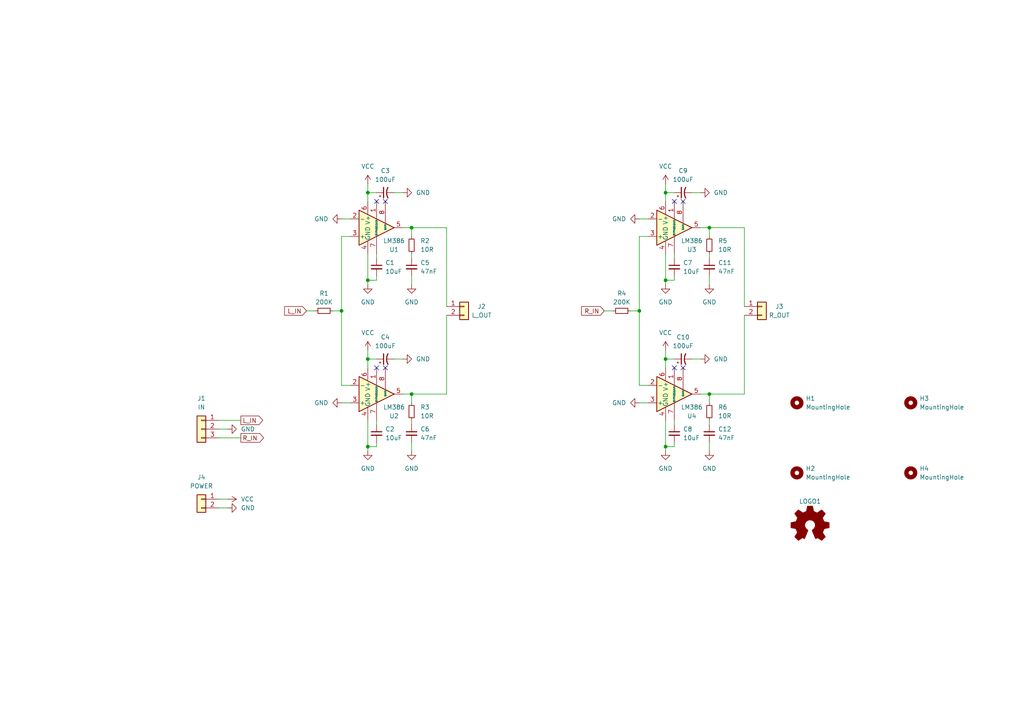
<source format=kicad_sch>
(kicad_sch (version 20211123) (generator eeschema)

  (uuid f8e77488-6889-49df-aa04-8f5a242735c8)

  (paper "A4")

  (title_block
    (title "The Ultimate LM386 BTL Amplifier")
    (date "2022-12-20")
    (rev "1.0")
    (company "DANCHOUZHOU")
    (comment 1 "Copyright © Danny Chou, all rights reserved.")
    (comment 2 "danchouzhou@gmail.com")
  )

  (lib_symbols
    (symbol "Amplifier_Audio:LM386" (pin_names (offset 0.127)) (in_bom yes) (on_board yes)
      (property "Reference" "U?" (id 0) (at 10.16 5.4612 0)
        (effects (font (size 1.27 1.27)))
      )
      (property "Value" "LM386" (id 1) (at 10.16 2.9212 0)
        (effects (font (size 1.27 1.27)))
      )
      (property "Footprint" "" (id 2) (at 2.54 -2.54 0)
        (effects (font (size 1.27 1.27)) hide)
      )
      (property "Datasheet" "http://www.ti.com/lit/ds/symlink/lm386.pdf" (id 3) (at 5.08 -5.08 0)
        (effects (font (size 1.27 1.27)) hide)
      )
      (property "ki_keywords" "single Power opamp" (id 4) (at 0 0 0)
        (effects (font (size 1.27 1.27)) hide)
      )
      (property "ki_description" "Low Voltage Audio Power Amplifier, DIP-8/SOIC-8/SSOP-8" (id 5) (at 0 0 0)
        (effects (font (size 1.27 1.27)) hide)
      )
      (property "ki_fp_filters" "SOIC*3.9x4.9mm*P1.27mm* DIP*W7.62mm* MSSOP*P0.65mm* TSSOP*3x3mm*P0.5mm*" (id 6) (at 0 0 0)
        (effects (font (size 1.27 1.27)) hide)
      )
      (symbol "LM386_0_1"
        (polyline
          (pts
            (xy 5.08 0)
            (xy -5.08 5.08)
            (xy -5.08 -5.08)
            (xy 5.08 0)
          )
          (stroke (width 0.254) (type default) (color 0 0 0 0))
          (fill (type background))
        )
      )
      (symbol "LM386_1_1"
        (pin input line (at 0 -7.62 90) (length 5.08)
          (name "GAIN" (effects (font (size 0.508 0.508))))
          (number "1" (effects (font (size 1.27 1.27))))
        )
        (pin input line (at -7.62 -2.54 0) (length 2.54)
          (name "-" (effects (font (size 1.27 1.27))))
          (number "2" (effects (font (size 1.27 1.27))))
        )
        (pin input line (at -7.62 2.54 0) (length 2.54)
          (name "+" (effects (font (size 1.27 1.27))))
          (number "3" (effects (font (size 1.27 1.27))))
        )
        (pin power_in line (at -2.54 7.62 270) (length 3.81)
          (name "GND" (effects (font (size 1.27 1.27))))
          (number "4" (effects (font (size 1.27 1.27))))
        )
        (pin output line (at 7.62 0 180) (length 2.54)
          (name "~" (effects (font (size 1.27 1.27))))
          (number "5" (effects (font (size 1.27 1.27))))
        )
        (pin power_in line (at -2.54 -7.62 90) (length 3.81)
          (name "V+" (effects (font (size 1.27 1.27))))
          (number "6" (effects (font (size 1.27 1.27))))
        )
        (pin input line (at 0 7.62 270) (length 5.08)
          (name "BYPASS" (effects (font (size 0.508 0.508))))
          (number "7" (effects (font (size 1.27 1.27))))
        )
        (pin input line (at 2.54 -7.62 90) (length 6.35)
          (name "GAIN" (effects (font (size 0.508 0.508))))
          (number "8" (effects (font (size 1.27 1.27))))
        )
      )
    )
    (symbol "Connector_Generic:Conn_01x02" (pin_names (offset 1.016) hide) (in_bom yes) (on_board yes)
      (property "Reference" "J" (id 0) (at 0 2.54 0)
        (effects (font (size 1.27 1.27)))
      )
      (property "Value" "Conn_01x02" (id 1) (at 0 -5.08 0)
        (effects (font (size 1.27 1.27)))
      )
      (property "Footprint" "" (id 2) (at 0 0 0)
        (effects (font (size 1.27 1.27)) hide)
      )
      (property "Datasheet" "~" (id 3) (at 0 0 0)
        (effects (font (size 1.27 1.27)) hide)
      )
      (property "ki_keywords" "connector" (id 4) (at 0 0 0)
        (effects (font (size 1.27 1.27)) hide)
      )
      (property "ki_description" "Generic connector, single row, 01x02, script generated (kicad-library-utils/schlib/autogen/connector/)" (id 5) (at 0 0 0)
        (effects (font (size 1.27 1.27)) hide)
      )
      (property "ki_fp_filters" "Connector*:*_1x??_*" (id 6) (at 0 0 0)
        (effects (font (size 1.27 1.27)) hide)
      )
      (symbol "Conn_01x02_1_1"
        (rectangle (start -1.27 -2.413) (end 0 -2.667)
          (stroke (width 0.1524) (type default) (color 0 0 0 0))
          (fill (type none))
        )
        (rectangle (start -1.27 0.127) (end 0 -0.127)
          (stroke (width 0.1524) (type default) (color 0 0 0 0))
          (fill (type none))
        )
        (rectangle (start -1.27 1.27) (end 1.27 -3.81)
          (stroke (width 0.254) (type default) (color 0 0 0 0))
          (fill (type background))
        )
        (pin passive line (at -5.08 0 0) (length 3.81)
          (name "Pin_1" (effects (font (size 1.27 1.27))))
          (number "1" (effects (font (size 1.27 1.27))))
        )
        (pin passive line (at -5.08 -2.54 0) (length 3.81)
          (name "Pin_2" (effects (font (size 1.27 1.27))))
          (number "2" (effects (font (size 1.27 1.27))))
        )
      )
    )
    (symbol "Connector_Generic:Conn_01x03" (pin_names (offset 1.016) hide) (in_bom yes) (on_board yes)
      (property "Reference" "J" (id 0) (at 0 5.08 0)
        (effects (font (size 1.27 1.27)))
      )
      (property "Value" "Conn_01x03" (id 1) (at 0 -5.08 0)
        (effects (font (size 1.27 1.27)))
      )
      (property "Footprint" "" (id 2) (at 0 0 0)
        (effects (font (size 1.27 1.27)) hide)
      )
      (property "Datasheet" "~" (id 3) (at 0 0 0)
        (effects (font (size 1.27 1.27)) hide)
      )
      (property "ki_keywords" "connector" (id 4) (at 0 0 0)
        (effects (font (size 1.27 1.27)) hide)
      )
      (property "ki_description" "Generic connector, single row, 01x03, script generated (kicad-library-utils/schlib/autogen/connector/)" (id 5) (at 0 0 0)
        (effects (font (size 1.27 1.27)) hide)
      )
      (property "ki_fp_filters" "Connector*:*_1x??_*" (id 6) (at 0 0 0)
        (effects (font (size 1.27 1.27)) hide)
      )
      (symbol "Conn_01x03_1_1"
        (rectangle (start -1.27 -2.413) (end 0 -2.667)
          (stroke (width 0.1524) (type default) (color 0 0 0 0))
          (fill (type none))
        )
        (rectangle (start -1.27 0.127) (end 0 -0.127)
          (stroke (width 0.1524) (type default) (color 0 0 0 0))
          (fill (type none))
        )
        (rectangle (start -1.27 2.667) (end 0 2.413)
          (stroke (width 0.1524) (type default) (color 0 0 0 0))
          (fill (type none))
        )
        (rectangle (start -1.27 3.81) (end 1.27 -3.81)
          (stroke (width 0.254) (type default) (color 0 0 0 0))
          (fill (type background))
        )
        (pin passive line (at -5.08 2.54 0) (length 3.81)
          (name "Pin_1" (effects (font (size 1.27 1.27))))
          (number "1" (effects (font (size 1.27 1.27))))
        )
        (pin passive line (at -5.08 0 0) (length 3.81)
          (name "Pin_2" (effects (font (size 1.27 1.27))))
          (number "2" (effects (font (size 1.27 1.27))))
        )
        (pin passive line (at -5.08 -2.54 0) (length 3.81)
          (name "Pin_3" (effects (font (size 1.27 1.27))))
          (number "3" (effects (font (size 1.27 1.27))))
        )
      )
    )
    (symbol "Device:C_Polarized_Small_US" (pin_numbers hide) (pin_names (offset 0.254) hide) (in_bom yes) (on_board yes)
      (property "Reference" "C" (id 0) (at 0.254 1.778 0)
        (effects (font (size 1.27 1.27)) (justify left))
      )
      (property "Value" "C_Polarized_Small_US" (id 1) (at 0.254 -2.032 0)
        (effects (font (size 1.27 1.27)) (justify left))
      )
      (property "Footprint" "" (id 2) (at 0 0 0)
        (effects (font (size 1.27 1.27)) hide)
      )
      (property "Datasheet" "~" (id 3) (at 0 0 0)
        (effects (font (size 1.27 1.27)) hide)
      )
      (property "ki_keywords" "cap capacitor" (id 4) (at 0 0 0)
        (effects (font (size 1.27 1.27)) hide)
      )
      (property "ki_description" "Polarized capacitor, small US symbol" (id 5) (at 0 0 0)
        (effects (font (size 1.27 1.27)) hide)
      )
      (property "ki_fp_filters" "CP_*" (id 6) (at 0 0 0)
        (effects (font (size 1.27 1.27)) hide)
      )
      (symbol "C_Polarized_Small_US_0_1"
        (polyline
          (pts
            (xy -1.524 0.508)
            (xy 1.524 0.508)
          )
          (stroke (width 0.3048) (type default) (color 0 0 0 0))
          (fill (type none))
        )
        (polyline
          (pts
            (xy -1.27 1.524)
            (xy -0.762 1.524)
          )
          (stroke (width 0) (type default) (color 0 0 0 0))
          (fill (type none))
        )
        (polyline
          (pts
            (xy -1.016 1.27)
            (xy -1.016 1.778)
          )
          (stroke (width 0) (type default) (color 0 0 0 0))
          (fill (type none))
        )
        (arc (start 1.524 -0.762) (mid 0 -0.3734) (end -1.524 -0.762)
          (stroke (width 0.3048) (type default) (color 0 0 0 0))
          (fill (type none))
        )
      )
      (symbol "C_Polarized_Small_US_1_1"
        (pin passive line (at 0 2.54 270) (length 2.032)
          (name "~" (effects (font (size 1.27 1.27))))
          (number "1" (effects (font (size 1.27 1.27))))
        )
        (pin passive line (at 0 -2.54 90) (length 2.032)
          (name "~" (effects (font (size 1.27 1.27))))
          (number "2" (effects (font (size 1.27 1.27))))
        )
      )
    )
    (symbol "Device:C_Small" (pin_numbers hide) (pin_names (offset 0.254) hide) (in_bom yes) (on_board yes)
      (property "Reference" "C" (id 0) (at 0.254 1.778 0)
        (effects (font (size 1.27 1.27)) (justify left))
      )
      (property "Value" "C_Small" (id 1) (at 0.254 -2.032 0)
        (effects (font (size 1.27 1.27)) (justify left))
      )
      (property "Footprint" "" (id 2) (at 0 0 0)
        (effects (font (size 1.27 1.27)) hide)
      )
      (property "Datasheet" "~" (id 3) (at 0 0 0)
        (effects (font (size 1.27 1.27)) hide)
      )
      (property "ki_keywords" "capacitor cap" (id 4) (at 0 0 0)
        (effects (font (size 1.27 1.27)) hide)
      )
      (property "ki_description" "Unpolarized capacitor, small symbol" (id 5) (at 0 0 0)
        (effects (font (size 1.27 1.27)) hide)
      )
      (property "ki_fp_filters" "C_*" (id 6) (at 0 0 0)
        (effects (font (size 1.27 1.27)) hide)
      )
      (symbol "C_Small_0_1"
        (polyline
          (pts
            (xy -1.524 -0.508)
            (xy 1.524 -0.508)
          )
          (stroke (width 0.3302) (type default) (color 0 0 0 0))
          (fill (type none))
        )
        (polyline
          (pts
            (xy -1.524 0.508)
            (xy 1.524 0.508)
          )
          (stroke (width 0.3048) (type default) (color 0 0 0 0))
          (fill (type none))
        )
      )
      (symbol "C_Small_1_1"
        (pin passive line (at 0 2.54 270) (length 2.032)
          (name "~" (effects (font (size 1.27 1.27))))
          (number "1" (effects (font (size 1.27 1.27))))
        )
        (pin passive line (at 0 -2.54 90) (length 2.032)
          (name "~" (effects (font (size 1.27 1.27))))
          (number "2" (effects (font (size 1.27 1.27))))
        )
      )
    )
    (symbol "Device:R_Small" (pin_numbers hide) (pin_names (offset 0.254) hide) (in_bom yes) (on_board yes)
      (property "Reference" "R" (id 0) (at 0.762 0.508 0)
        (effects (font (size 1.27 1.27)) (justify left))
      )
      (property "Value" "R_Small" (id 1) (at 0.762 -1.016 0)
        (effects (font (size 1.27 1.27)) (justify left))
      )
      (property "Footprint" "" (id 2) (at 0 0 0)
        (effects (font (size 1.27 1.27)) hide)
      )
      (property "Datasheet" "~" (id 3) (at 0 0 0)
        (effects (font (size 1.27 1.27)) hide)
      )
      (property "ki_keywords" "R resistor" (id 4) (at 0 0 0)
        (effects (font (size 1.27 1.27)) hide)
      )
      (property "ki_description" "Resistor, small symbol" (id 5) (at 0 0 0)
        (effects (font (size 1.27 1.27)) hide)
      )
      (property "ki_fp_filters" "R_*" (id 6) (at 0 0 0)
        (effects (font (size 1.27 1.27)) hide)
      )
      (symbol "R_Small_0_1"
        (rectangle (start -0.762 1.778) (end 0.762 -1.778)
          (stroke (width 0.2032) (type default) (color 0 0 0 0))
          (fill (type none))
        )
      )
      (symbol "R_Small_1_1"
        (pin passive line (at 0 2.54 270) (length 0.762)
          (name "~" (effects (font (size 1.27 1.27))))
          (number "1" (effects (font (size 1.27 1.27))))
        )
        (pin passive line (at 0 -2.54 90) (length 0.762)
          (name "~" (effects (font (size 1.27 1.27))))
          (number "2" (effects (font (size 1.27 1.27))))
        )
      )
    )
    (symbol "Graphic:Logo_Open_Hardware_Small" (pin_names (offset 1.016)) (in_bom yes) (on_board yes)
      (property "Reference" "#LOGO" (id 0) (at 0 6.985 0)
        (effects (font (size 1.27 1.27)) hide)
      )
      (property "Value" "Logo_Open_Hardware_Small" (id 1) (at 0 -5.715 0)
        (effects (font (size 1.27 1.27)) hide)
      )
      (property "Footprint" "" (id 2) (at 0 0 0)
        (effects (font (size 1.27 1.27)) hide)
      )
      (property "Datasheet" "~" (id 3) (at 0 0 0)
        (effects (font (size 1.27 1.27)) hide)
      )
      (property "ki_keywords" "Logo" (id 4) (at 0 0 0)
        (effects (font (size 1.27 1.27)) hide)
      )
      (property "ki_description" "Open Hardware logo, small" (id 5) (at 0 0 0)
        (effects (font (size 1.27 1.27)) hide)
      )
      (symbol "Logo_Open_Hardware_Small_0_1"
        (polyline
          (pts
            (xy 3.3528 -4.3434)
            (xy 3.302 -4.318)
            (xy 3.175 -4.2418)
            (xy 2.9972 -4.1148)
            (xy 2.7686 -3.9624)
            (xy 2.54 -3.81)
            (xy 2.3622 -3.7084)
            (xy 2.2352 -3.6068)
            (xy 2.1844 -3.5814)
            (xy 2.159 -3.6068)
            (xy 2.0574 -3.6576)
            (xy 1.905 -3.7338)
            (xy 1.8034 -3.7846)
            (xy 1.6764 -3.8354)
            (xy 1.6002 -3.8354)
            (xy 1.6002 -3.8354)
            (xy 1.5494 -3.7338)
            (xy 1.4732 -3.5306)
            (xy 1.3462 -3.302)
            (xy 1.2446 -3.0226)
            (xy 1.1176 -2.7178)
            (xy 0.9652 -2.413)
            (xy 0.8636 -2.1082)
            (xy 0.7366 -1.8288)
            (xy 0.6604 -1.6256)
            (xy 0.6096 -1.4732)
            (xy 0.5842 -1.397)
            (xy 0.5842 -1.397)
            (xy 0.6604 -1.3208)
            (xy 0.7874 -1.2446)
            (xy 1.0414 -1.016)
            (xy 1.2954 -0.6858)
            (xy 1.4478 -0.3302)
            (xy 1.524 0.0762)
            (xy 1.4732 0.4572)
            (xy 1.3208 0.8128)
            (xy 1.0668 1.143)
            (xy 0.762 1.3716)
            (xy 0.4064 1.524)
            (xy 0 1.5748)
            (xy -0.381 1.5494)
            (xy -0.7366 1.397)
            (xy -1.0668 1.143)
            (xy -1.2192 0.9906)
            (xy -1.397 0.6604)
            (xy -1.524 0.3048)
            (xy -1.524 0.2286)
            (xy -1.4986 -0.1778)
            (xy -1.397 -0.5334)
            (xy -1.1938 -0.8636)
            (xy -0.9144 -1.143)
            (xy -0.8636 -1.1684)
            (xy -0.7366 -1.27)
            (xy -0.635 -1.3462)
            (xy -0.5842 -1.397)
            (xy -1.0668 -2.5908)
            (xy -1.143 -2.794)
            (xy -1.2954 -3.1242)
            (xy -1.397 -3.4036)
            (xy -1.4986 -3.6322)
            (xy -1.5748 -3.7846)
            (xy -1.6002 -3.8354)
            (xy -1.6002 -3.8354)
            (xy -1.651 -3.8354)
            (xy -1.7272 -3.81)
            (xy -1.905 -3.7338)
            (xy -2.0066 -3.683)
            (xy -2.1336 -3.6068)
            (xy -2.2098 -3.5814)
            (xy -2.2606 -3.6068)
            (xy -2.3622 -3.683)
            (xy -2.54 -3.81)
            (xy -2.7686 -3.9624)
            (xy -2.9718 -4.0894)
            (xy -3.1496 -4.2164)
            (xy -3.302 -4.318)
            (xy -3.3528 -4.3434)
            (xy -3.3782 -4.3434)
            (xy -3.429 -4.318)
            (xy -3.5306 -4.2164)
            (xy -3.7084 -4.064)
            (xy -3.937 -3.8354)
            (xy -3.9624 -3.81)
            (xy -4.1656 -3.6068)
            (xy -4.318 -3.4544)
            (xy -4.4196 -3.3274)
            (xy -4.445 -3.2766)
            (xy -4.445 -3.2766)
            (xy -4.4196 -3.2258)
            (xy -4.318 -3.0734)
            (xy -4.2164 -2.8956)
            (xy -4.064 -2.667)
            (xy -3.6576 -2.0828)
            (xy -3.8862 -1.5494)
            (xy -3.937 -1.3716)
            (xy -4.0386 -1.1684)
            (xy -4.0894 -1.0414)
            (xy -4.1148 -0.9652)
            (xy -4.191 -0.9398)
            (xy -4.318 -0.9144)
            (xy -4.5466 -0.8636)
            (xy -4.8006 -0.8128)
            (xy -5.0546 -0.7874)
            (xy -5.2578 -0.7366)
            (xy -5.4356 -0.7112)
            (xy -5.5118 -0.6858)
            (xy -5.5118 -0.6858)
            (xy -5.5372 -0.635)
            (xy -5.5372 -0.5588)
            (xy -5.5372 -0.4318)
            (xy -5.5626 -0.2286)
            (xy -5.5626 0.0762)
            (xy -5.5626 0.127)
            (xy -5.5372 0.4064)
            (xy -5.5372 0.635)
            (xy -5.5372 0.762)
            (xy -5.5372 0.8382)
            (xy -5.5372 0.8382)
            (xy -5.461 0.8382)
            (xy -5.3086 0.889)
            (xy -5.08 0.9144)
            (xy -4.826 0.9652)
            (xy -4.8006 0.9906)
            (xy -4.5466 1.0414)
            (xy -4.318 1.0668)
            (xy -4.1656 1.1176)
            (xy -4.0894 1.143)
            (xy -4.0894 1.143)
            (xy -4.0386 1.2446)
            (xy -3.9624 1.4224)
            (xy -3.8608 1.6256)
            (xy -3.7846 1.8288)
            (xy -3.7084 2.0066)
            (xy -3.6576 2.159)
            (xy -3.6322 2.2098)
            (xy -3.6322 2.2098)
            (xy -3.683 2.286)
            (xy -3.7592 2.413)
            (xy -3.8862 2.5908)
            (xy -4.064 2.8194)
            (xy -4.064 2.8448)
            (xy -4.2164 3.0734)
            (xy -4.3434 3.2512)
            (xy -4.4196 3.3782)
            (xy -4.445 3.4544)
            (xy -4.445 3.4544)
            (xy -4.3942 3.5052)
            (xy -4.2926 3.6322)
            (xy -4.1148 3.81)
            (xy -3.937 4.0132)
            (xy -3.8608 4.064)
            (xy -3.6576 4.2926)
            (xy -3.5052 4.4196)
            (xy -3.4036 4.4958)
            (xy -3.3528 4.5212)
            (xy -3.3528 4.5212)
            (xy -3.302 4.4704)
            (xy -3.1496 4.3688)
            (xy -2.9718 4.2418)
            (xy -2.7432 4.0894)
            (xy -2.7178 4.0894)
            (xy -2.4892 3.937)
            (xy -2.3114 3.81)
            (xy -2.1844 3.7084)
            (xy -2.1336 3.683)
            (xy -2.1082 3.683)
            (xy -2.032 3.7084)
            (xy -1.8542 3.7592)
            (xy -1.6764 3.8354)
            (xy -1.4732 3.937)
            (xy -1.27 4.0132)
            (xy -1.143 4.064)
            (xy -1.0668 4.1148)
            (xy -1.0668 4.1148)
            (xy -1.0414 4.191)
            (xy -1.016 4.3434)
            (xy -0.9652 4.572)
            (xy -0.9144 4.8514)
            (xy -0.889 4.9022)
            (xy -0.8382 5.1562)
            (xy -0.8128 5.3848)
            (xy -0.7874 5.5372)
            (xy -0.762 5.588)
            (xy -0.7112 5.6134)
            (xy -0.5842 5.6134)
            (xy -0.4064 5.6134)
            (xy -0.1524 5.6134)
            (xy 0.0762 5.6134)
            (xy 0.3302 5.6134)
            (xy 0.5334 5.6134)
            (xy 0.6858 5.588)
            (xy 0.7366 5.588)
            (xy 0.7366 5.588)
            (xy 0.762 5.5118)
            (xy 0.8128 5.334)
            (xy 0.8382 5.1054)
            (xy 0.9144 4.826)
            (xy 0.9144 4.7752)
            (xy 0.9652 4.5212)
            (xy 1.016 4.2926)
            (xy 1.0414 4.1402)
            (xy 1.0668 4.0894)
            (xy 1.0668 4.0894)
            (xy 1.1938 4.0386)
            (xy 1.3716 3.9624)
            (xy 1.5748 3.8608)
            (xy 2.0828 3.6576)
            (xy 2.7178 4.0894)
            (xy 2.7686 4.1402)
            (xy 2.9972 4.2926)
            (xy 3.175 4.4196)
            (xy 3.302 4.4958)
            (xy 3.3782 4.5212)
            (xy 3.3782 4.5212)
            (xy 3.429 4.4704)
            (xy 3.556 4.3434)
            (xy 3.7338 4.191)
            (xy 3.9116 3.9878)
            (xy 4.064 3.8354)
            (xy 4.2418 3.6576)
            (xy 4.3434 3.556)
            (xy 4.4196 3.4798)
            (xy 4.4196 3.429)
            (xy 4.4196 3.4036)
            (xy 4.3942 3.3274)
            (xy 4.2926 3.2004)
            (xy 4.1656 2.9972)
            (xy 4.0132 2.794)
            (xy 3.8862 2.5908)
            (xy 3.7592 2.3876)
            (xy 3.6576 2.2352)
            (xy 3.6322 2.159)
            (xy 3.6322 2.1336)
            (xy 3.683 2.0066)
            (xy 3.7592 1.8288)
            (xy 3.8608 1.6002)
            (xy 4.064 1.1176)
            (xy 4.3942 1.0414)
            (xy 4.5974 1.016)
            (xy 4.8768 0.9652)
            (xy 5.1308 0.9144)
            (xy 5.5372 0.8382)
            (xy 5.5626 -0.6604)
            (xy 5.4864 -0.6858)
            (xy 5.4356 -0.6858)
            (xy 5.2832 -0.7366)
            (xy 5.0546 -0.762)
            (xy 4.8006 -0.8128)
            (xy 4.5974 -0.8636)
            (xy 4.3688 -0.9144)
            (xy 4.2164 -0.9398)
            (xy 4.1402 -0.9398)
            (xy 4.1148 -0.9652)
            (xy 4.064 -1.0668)
            (xy 3.9878 -1.2446)
            (xy 3.9116 -1.4478)
            (xy 3.81 -1.651)
            (xy 3.7338 -1.8542)
            (xy 3.683 -2.0066)
            (xy 3.6576 -2.0828)
            (xy 3.683 -2.1336)
            (xy 3.7846 -2.2606)
            (xy 3.8862 -2.4638)
            (xy 4.0386 -2.667)
            (xy 4.191 -2.8956)
            (xy 4.318 -3.0734)
            (xy 4.3942 -3.2004)
            (xy 4.445 -3.2766)
            (xy 4.4196 -3.3274)
            (xy 4.3434 -3.429)
            (xy 4.1656 -3.5814)
            (xy 3.937 -3.8354)
            (xy 3.8862 -3.8608)
            (xy 3.683 -4.064)
            (xy 3.5306 -4.2164)
            (xy 3.4036 -4.318)
            (xy 3.3528 -4.3434)
          )
          (stroke (width 0) (type default) (color 0 0 0 0))
          (fill (type outline))
        )
      )
    )
    (symbol "Mechanical:MountingHole" (pin_names (offset 1.016)) (in_bom yes) (on_board yes)
      (property "Reference" "H" (id 0) (at 0 5.08 0)
        (effects (font (size 1.27 1.27)))
      )
      (property "Value" "MountingHole" (id 1) (at 0 3.175 0)
        (effects (font (size 1.27 1.27)))
      )
      (property "Footprint" "" (id 2) (at 0 0 0)
        (effects (font (size 1.27 1.27)) hide)
      )
      (property "Datasheet" "~" (id 3) (at 0 0 0)
        (effects (font (size 1.27 1.27)) hide)
      )
      (property "ki_keywords" "mounting hole" (id 4) (at 0 0 0)
        (effects (font (size 1.27 1.27)) hide)
      )
      (property "ki_description" "Mounting Hole without connection" (id 5) (at 0 0 0)
        (effects (font (size 1.27 1.27)) hide)
      )
      (property "ki_fp_filters" "MountingHole*" (id 6) (at 0 0 0)
        (effects (font (size 1.27 1.27)) hide)
      )
      (symbol "MountingHole_0_1"
        (circle (center 0 0) (radius 1.27)
          (stroke (width 1.27) (type default) (color 0 0 0 0))
          (fill (type none))
        )
      )
    )
    (symbol "power:GND" (power) (pin_names (offset 0)) (in_bom yes) (on_board yes)
      (property "Reference" "#PWR" (id 0) (at 0 -6.35 0)
        (effects (font (size 1.27 1.27)) hide)
      )
      (property "Value" "GND" (id 1) (at 0 -3.81 0)
        (effects (font (size 1.27 1.27)))
      )
      (property "Footprint" "" (id 2) (at 0 0 0)
        (effects (font (size 1.27 1.27)) hide)
      )
      (property "Datasheet" "" (id 3) (at 0 0 0)
        (effects (font (size 1.27 1.27)) hide)
      )
      (property "ki_keywords" "power-flag" (id 4) (at 0 0 0)
        (effects (font (size 1.27 1.27)) hide)
      )
      (property "ki_description" "Power symbol creates a global label with name \"GND\" , ground" (id 5) (at 0 0 0)
        (effects (font (size 1.27 1.27)) hide)
      )
      (symbol "GND_0_1"
        (polyline
          (pts
            (xy 0 0)
            (xy 0 -1.27)
            (xy 1.27 -1.27)
            (xy 0 -2.54)
            (xy -1.27 -1.27)
            (xy 0 -1.27)
          )
          (stroke (width 0) (type default) (color 0 0 0 0))
          (fill (type none))
        )
      )
      (symbol "GND_1_1"
        (pin power_in line (at 0 0 270) (length 0) hide
          (name "GND" (effects (font (size 1.27 1.27))))
          (number "1" (effects (font (size 1.27 1.27))))
        )
      )
    )
    (symbol "power:VCC" (power) (pin_names (offset 0)) (in_bom yes) (on_board yes)
      (property "Reference" "#PWR" (id 0) (at 0 -3.81 0)
        (effects (font (size 1.27 1.27)) hide)
      )
      (property "Value" "VCC" (id 1) (at 0 3.81 0)
        (effects (font (size 1.27 1.27)))
      )
      (property "Footprint" "" (id 2) (at 0 0 0)
        (effects (font (size 1.27 1.27)) hide)
      )
      (property "Datasheet" "" (id 3) (at 0 0 0)
        (effects (font (size 1.27 1.27)) hide)
      )
      (property "ki_keywords" "power-flag" (id 4) (at 0 0 0)
        (effects (font (size 1.27 1.27)) hide)
      )
      (property "ki_description" "Power symbol creates a global label with name \"VCC\"" (id 5) (at 0 0 0)
        (effects (font (size 1.27 1.27)) hide)
      )
      (symbol "VCC_0_1"
        (polyline
          (pts
            (xy -0.762 1.27)
            (xy 0 2.54)
          )
          (stroke (width 0) (type default) (color 0 0 0 0))
          (fill (type none))
        )
        (polyline
          (pts
            (xy 0 0)
            (xy 0 2.54)
          )
          (stroke (width 0) (type default) (color 0 0 0 0))
          (fill (type none))
        )
        (polyline
          (pts
            (xy 0 2.54)
            (xy 0.762 1.27)
          )
          (stroke (width 0) (type default) (color 0 0 0 0))
          (fill (type none))
        )
      )
      (symbol "VCC_1_1"
        (pin power_in line (at 0 0 90) (length 0) hide
          (name "VCC" (effects (font (size 1.27 1.27))))
          (number "1" (effects (font (size 1.27 1.27))))
        )
      )
    )
  )

  (junction (at 106.68 104.14) (diameter 0) (color 0 0 0 0)
    (uuid 06126866-386c-4152-bf3d-56865c0784ad)
  )
  (junction (at 205.74 114.3) (diameter 0) (color 0 0 0 0)
    (uuid 188b4bdf-a956-44d0-b39e-479c9fc7968e)
  )
  (junction (at 106.68 129.54) (diameter 0) (color 0 0 0 0)
    (uuid 426a001e-06d1-4634-9348-cfdb6af51080)
  )
  (junction (at 119.38 114.3) (diameter 0) (color 0 0 0 0)
    (uuid 4f720b4f-f3eb-445f-ad54-3f85ccd1e495)
  )
  (junction (at 193.04 104.14) (diameter 0) (color 0 0 0 0)
    (uuid 58981567-fa4e-49d4-8348-8562a912be64)
  )
  (junction (at 185.42 90.17) (diameter 0) (color 0 0 0 0)
    (uuid 5d9427b3-77bf-4569-bdce-8ed5699b9545)
  )
  (junction (at 205.74 66.04) (diameter 0) (color 0 0 0 0)
    (uuid 822a30dd-2724-430e-b285-bf2c9539acb1)
  )
  (junction (at 193.04 129.54) (diameter 0) (color 0 0 0 0)
    (uuid 953a77c1-4cdf-4844-a2ea-d5011b13255d)
  )
  (junction (at 193.04 55.88) (diameter 0) (color 0 0 0 0)
    (uuid 9df1fadb-a4f6-44f5-b861-efe54133ca28)
  )
  (junction (at 106.68 81.28) (diameter 0) (color 0 0 0 0)
    (uuid a5be7baf-be66-4f4b-b77c-10dfad6b6b29)
  )
  (junction (at 99.06 90.17) (diameter 0) (color 0 0 0 0)
    (uuid ae7647a3-39d0-4873-8f48-4699c3eb6fc9)
  )
  (junction (at 193.04 81.28) (diameter 0) (color 0 0 0 0)
    (uuid ae8365b1-eaac-4372-8aa2-d2cb28ecd821)
  )
  (junction (at 106.68 55.88) (diameter 0) (color 0 0 0 0)
    (uuid b975cb6f-eb32-4537-8ab5-522243a162df)
  )
  (junction (at 119.38 66.04) (diameter 0) (color 0 0 0 0)
    (uuid ccf65ea9-5b95-4cb4-a4d9-c10c065ad851)
  )

  (no_connect (at 198.12 106.68) (uuid 6187d432-d9d6-4d53-a060-95aa25c11a3e))
  (no_connect (at 109.22 106.68) (uuid 9b30e7f5-3be9-4c1d-83a1-0af2656d56ea))
  (no_connect (at 111.76 106.68) (uuid 9b30e7f5-3be9-4c1d-83a1-0af2656d56eb))
  (no_connect (at 195.58 58.42) (uuid 9bf97578-3348-4826-b61f-d756cdc95499))
  (no_connect (at 198.12 58.42) (uuid b8b1126e-7d9f-4c5b-bab7-969fa30517c5))
  (no_connect (at 111.76 58.42) (uuid c2f9982e-b5e6-4f24-bef2-11ab7728cb17))
  (no_connect (at 109.22 58.42) (uuid c2f9982e-b5e6-4f24-bef2-11ab7728cb18))
  (no_connect (at 195.58 106.68) (uuid d5d98055-a8e5-40ee-9319-8ab28d896373))

  (wire (pts (xy 205.74 66.04) (xy 205.74 68.58))
    (stroke (width 0) (type default) (color 0 0 0 0))
    (uuid 010d72f0-e045-4256-ade5-73e8214cea3a)
  )
  (wire (pts (xy 215.9 91.44) (xy 215.9 114.3))
    (stroke (width 0) (type default) (color 0 0 0 0))
    (uuid 02c499ea-6d82-4a4f-90ba-f21716be02cd)
  )
  (wire (pts (xy 114.3 104.14) (xy 116.84 104.14))
    (stroke (width 0) (type default) (color 0 0 0 0))
    (uuid 03b365e9-44f8-433e-b662-5439bd914a5b)
  )
  (wire (pts (xy 205.74 114.3) (xy 215.9 114.3))
    (stroke (width 0) (type default) (color 0 0 0 0))
    (uuid 03c5f3b4-95cf-4c27-ba96-4731d375cc3d)
  )
  (wire (pts (xy 205.74 73.66) (xy 205.74 74.93))
    (stroke (width 0) (type default) (color 0 0 0 0))
    (uuid 05fe97be-2180-43d7-8074-7787973d23c7)
  )
  (wire (pts (xy 106.68 53.34) (xy 106.68 55.88))
    (stroke (width 0) (type default) (color 0 0 0 0))
    (uuid 06223b2a-2dde-4a1f-8780-203116c894c1)
  )
  (wire (pts (xy 106.68 129.54) (xy 109.22 129.54))
    (stroke (width 0) (type default) (color 0 0 0 0))
    (uuid 0cc966c4-cd79-4298-856d-0eb53896a4ef)
  )
  (wire (pts (xy 99.06 111.76) (xy 101.6 111.76))
    (stroke (width 0) (type default) (color 0 0 0 0))
    (uuid 0e3aa19b-ffbd-43af-aaa9-d53b616b4d0e)
  )
  (wire (pts (xy 99.06 68.58) (xy 101.6 68.58))
    (stroke (width 0) (type default) (color 0 0 0 0))
    (uuid 1041cb8f-aaef-4f47-be81-6d680a064bb0)
  )
  (wire (pts (xy 203.2 114.3) (xy 205.74 114.3))
    (stroke (width 0) (type default) (color 0 0 0 0))
    (uuid 13836d8d-49d6-456e-b810-e7782615c76c)
  )
  (wire (pts (xy 185.42 111.76) (xy 187.96 111.76))
    (stroke (width 0) (type default) (color 0 0 0 0))
    (uuid 1b691d7f-b1ad-485c-81ff-e57ae80de9f0)
  )
  (wire (pts (xy 195.58 73.66) (xy 195.58 74.93))
    (stroke (width 0) (type default) (color 0 0 0 0))
    (uuid 21995114-90e2-49bd-aca2-3475fffd7956)
  )
  (wire (pts (xy 119.38 66.04) (xy 129.54 66.04))
    (stroke (width 0) (type default) (color 0 0 0 0))
    (uuid 21b1da5f-7c18-4119-a8c0-72ab1894d6a4)
  )
  (wire (pts (xy 106.68 81.28) (xy 109.22 81.28))
    (stroke (width 0) (type default) (color 0 0 0 0))
    (uuid 293a6e25-9193-47ab-b22c-c0296b7f80ce)
  )
  (wire (pts (xy 116.84 66.04) (xy 119.38 66.04))
    (stroke (width 0) (type default) (color 0 0 0 0))
    (uuid 2df40241-b842-445f-a946-5d9f680887a3)
  )
  (wire (pts (xy 119.38 114.3) (xy 119.38 116.84))
    (stroke (width 0) (type default) (color 0 0 0 0))
    (uuid 30ee319f-636a-48e4-b970-619b611f3638)
  )
  (wire (pts (xy 205.74 66.04) (xy 215.9 66.04))
    (stroke (width 0) (type default) (color 0 0 0 0))
    (uuid 30f4bf76-298a-466b-98cb-76a4e0afebf7)
  )
  (wire (pts (xy 205.74 114.3) (xy 205.74 116.84))
    (stroke (width 0) (type default) (color 0 0 0 0))
    (uuid 315a02af-6135-410e-9014-ef696fe90388)
  )
  (wire (pts (xy 88.9 90.17) (xy 91.44 90.17))
    (stroke (width 0) (type default) (color 0 0 0 0))
    (uuid 32f6e565-f842-4d66-b4f0-495b103f59fc)
  )
  (wire (pts (xy 114.3 55.88) (xy 116.84 55.88))
    (stroke (width 0) (type default) (color 0 0 0 0))
    (uuid 36156fff-664e-47b6-965d-1d0fde4ea5fd)
  )
  (wire (pts (xy 99.06 90.17) (xy 99.06 111.76))
    (stroke (width 0) (type default) (color 0 0 0 0))
    (uuid 3b695925-2ab6-4495-b883-76115359e44a)
  )
  (wire (pts (xy 63.5 127) (xy 69.85 127))
    (stroke (width 0) (type default) (color 0 0 0 0))
    (uuid 3f343b52-fa07-4a4f-afcc-6697041a6e0e)
  )
  (wire (pts (xy 193.04 55.88) (xy 195.58 55.88))
    (stroke (width 0) (type default) (color 0 0 0 0))
    (uuid 3f616498-29c7-4073-a400-73f9c2eea1c5)
  )
  (wire (pts (xy 193.04 121.92) (xy 193.04 129.54))
    (stroke (width 0) (type default) (color 0 0 0 0))
    (uuid 3f86eaa0-7382-4f9d-90df-c8553bbaa62e)
  )
  (wire (pts (xy 195.58 128.27) (xy 195.58 129.54))
    (stroke (width 0) (type default) (color 0 0 0 0))
    (uuid 46b1c1a0-92bc-46f7-98fe-a265b2812e49)
  )
  (wire (pts (xy 99.06 63.5) (xy 101.6 63.5))
    (stroke (width 0) (type default) (color 0 0 0 0))
    (uuid 46b67a36-dba6-4bb7-aba6-e523a2a76982)
  )
  (wire (pts (xy 200.66 104.14) (xy 203.2 104.14))
    (stroke (width 0) (type default) (color 0 0 0 0))
    (uuid 494d9fcf-9040-47f7-8a5c-fa6f2c65c3b0)
  )
  (wire (pts (xy 193.04 81.28) (xy 193.04 82.55))
    (stroke (width 0) (type default) (color 0 0 0 0))
    (uuid 4a8b66eb-a0bb-423c-8dfd-a395a57b395d)
  )
  (wire (pts (xy 109.22 128.27) (xy 109.22 129.54))
    (stroke (width 0) (type default) (color 0 0 0 0))
    (uuid 539697ea-cfb9-45b0-be25-12d966fb5249)
  )
  (wire (pts (xy 129.54 91.44) (xy 129.54 114.3))
    (stroke (width 0) (type default) (color 0 0 0 0))
    (uuid 53d6b7ab-0323-40d7-a1e8-bac48173ca27)
  )
  (wire (pts (xy 193.04 104.14) (xy 193.04 106.68))
    (stroke (width 0) (type default) (color 0 0 0 0))
    (uuid 5797c3f5-f5b5-4d15-aad7-24c3aa3adbf5)
  )
  (wire (pts (xy 106.68 73.66) (xy 106.68 81.28))
    (stroke (width 0) (type default) (color 0 0 0 0))
    (uuid 59bf635d-1d07-4588-ab5e-d4a63a846746)
  )
  (wire (pts (xy 203.2 66.04) (xy 205.74 66.04))
    (stroke (width 0) (type default) (color 0 0 0 0))
    (uuid 5b5a5839-ed8d-44ec-b0e6-a9363803c949)
  )
  (wire (pts (xy 106.68 104.14) (xy 109.22 104.14))
    (stroke (width 0) (type default) (color 0 0 0 0))
    (uuid 6270ab1d-2b4f-4538-8bc5-7053145e4673)
  )
  (wire (pts (xy 200.66 55.88) (xy 203.2 55.88))
    (stroke (width 0) (type default) (color 0 0 0 0))
    (uuid 62c37e7a-c0da-4bbf-8140-94fac81e90ca)
  )
  (wire (pts (xy 205.74 121.92) (xy 205.74 123.19))
    (stroke (width 0) (type default) (color 0 0 0 0))
    (uuid 651bb33e-40c1-4244-bc70-97149e7bd31a)
  )
  (wire (pts (xy 106.68 81.28) (xy 106.68 82.55))
    (stroke (width 0) (type default) (color 0 0 0 0))
    (uuid 6749f52d-1394-4370-902a-0269ea7160d2)
  )
  (wire (pts (xy 119.38 73.66) (xy 119.38 74.93))
    (stroke (width 0) (type default) (color 0 0 0 0))
    (uuid 68f73bad-104e-4b35-ad04-e8a6cd269534)
  )
  (wire (pts (xy 195.58 80.01) (xy 195.58 81.28))
    (stroke (width 0) (type default) (color 0 0 0 0))
    (uuid 7130bf62-722b-4c65-a461-800578b31518)
  )
  (wire (pts (xy 193.04 101.6) (xy 193.04 104.14))
    (stroke (width 0) (type default) (color 0 0 0 0))
    (uuid 75c1e9d4-55c7-42b7-8b8c-65554aebc361)
  )
  (wire (pts (xy 193.04 104.14) (xy 195.58 104.14))
    (stroke (width 0) (type default) (color 0 0 0 0))
    (uuid 788989a6-656a-4248-a04d-2f0daa6b8cd2)
  )
  (wire (pts (xy 99.06 116.84) (xy 101.6 116.84))
    (stroke (width 0) (type default) (color 0 0 0 0))
    (uuid 79f81621-f042-4588-b560-98718d3c2297)
  )
  (wire (pts (xy 106.68 55.88) (xy 109.22 55.88))
    (stroke (width 0) (type default) (color 0 0 0 0))
    (uuid 7c3ced4d-b423-4d2d-bf8b-38e321dd0fa4)
  )
  (wire (pts (xy 182.88 90.17) (xy 185.42 90.17))
    (stroke (width 0) (type default) (color 0 0 0 0))
    (uuid 7c51fcd3-d933-44c3-9c41-f4e39dfc74c7)
  )
  (wire (pts (xy 185.42 116.84) (xy 187.96 116.84))
    (stroke (width 0) (type default) (color 0 0 0 0))
    (uuid 81fe51b5-dc75-4972-a522-b18fa4e80d87)
  )
  (wire (pts (xy 185.42 68.58) (xy 185.42 90.17))
    (stroke (width 0) (type default) (color 0 0 0 0))
    (uuid 8501f488-4029-4e09-8189-e07708db847f)
  )
  (wire (pts (xy 106.68 129.54) (xy 106.68 130.81))
    (stroke (width 0) (type default) (color 0 0 0 0))
    (uuid 867300af-5d2c-432f-96c9-19a4b1115af3)
  )
  (wire (pts (xy 193.04 73.66) (xy 193.04 81.28))
    (stroke (width 0) (type default) (color 0 0 0 0))
    (uuid 880a4e7a-63a7-4a76-b4f7-98849364d5df)
  )
  (wire (pts (xy 193.04 55.88) (xy 193.04 58.42))
    (stroke (width 0) (type default) (color 0 0 0 0))
    (uuid 896b3e6f-574d-471f-8cbb-52b248126c0a)
  )
  (wire (pts (xy 193.04 81.28) (xy 195.58 81.28))
    (stroke (width 0) (type default) (color 0 0 0 0))
    (uuid 8b7deab0-4746-4f28-9018-68c752d45d34)
  )
  (wire (pts (xy 193.04 129.54) (xy 195.58 129.54))
    (stroke (width 0) (type default) (color 0 0 0 0))
    (uuid 8d43827b-f81b-4ca1-8fe6-2648805c359c)
  )
  (wire (pts (xy 119.38 121.92) (xy 119.38 123.19))
    (stroke (width 0) (type default) (color 0 0 0 0))
    (uuid 9e2cedc0-76f4-4770-810a-bee8712f99ea)
  )
  (wire (pts (xy 106.68 55.88) (xy 106.68 58.42))
    (stroke (width 0) (type default) (color 0 0 0 0))
    (uuid a8726559-1169-400d-892d-f8aa4a843b97)
  )
  (wire (pts (xy 99.06 68.58) (xy 99.06 90.17))
    (stroke (width 0) (type default) (color 0 0 0 0))
    (uuid aaaa4e71-0f3e-4f6b-a9a4-c8b6f9fddab2)
  )
  (wire (pts (xy 119.38 66.04) (xy 119.38 68.58))
    (stroke (width 0) (type default) (color 0 0 0 0))
    (uuid ac5e6c08-832f-4cd3-b283-fdb983dad3c1)
  )
  (wire (pts (xy 205.74 80.01) (xy 205.74 82.55))
    (stroke (width 0) (type default) (color 0 0 0 0))
    (uuid ae27a74d-f014-437b-9747-bd69aecd0530)
  )
  (wire (pts (xy 96.52 90.17) (xy 99.06 90.17))
    (stroke (width 0) (type default) (color 0 0 0 0))
    (uuid ae5c1303-400f-4c95-9fb4-7e5ae81fefbd)
  )
  (wire (pts (xy 106.68 101.6) (xy 106.68 104.14))
    (stroke (width 0) (type default) (color 0 0 0 0))
    (uuid af73278f-6bcd-4819-8691-9165074539f6)
  )
  (wire (pts (xy 193.04 53.34) (xy 193.04 55.88))
    (stroke (width 0) (type default) (color 0 0 0 0))
    (uuid b2b53151-f405-4b3e-b505-1dd2aa1cb8d7)
  )
  (wire (pts (xy 119.38 128.27) (xy 119.38 130.81))
    (stroke (width 0) (type default) (color 0 0 0 0))
    (uuid b94a4e3f-7f4e-459b-a4d6-347d2a800074)
  )
  (wire (pts (xy 116.84 114.3) (xy 119.38 114.3))
    (stroke (width 0) (type default) (color 0 0 0 0))
    (uuid bdaf14c7-7d05-478a-b201-b891706efa71)
  )
  (wire (pts (xy 185.42 68.58) (xy 187.96 68.58))
    (stroke (width 0) (type default) (color 0 0 0 0))
    (uuid c4676e80-0073-43c2-b1bf-c6fbba9da4e4)
  )
  (wire (pts (xy 205.74 128.27) (xy 205.74 130.81))
    (stroke (width 0) (type default) (color 0 0 0 0))
    (uuid c4c6a22f-d901-49cd-a953-2b3d7456a443)
  )
  (wire (pts (xy 109.22 73.66) (xy 109.22 74.93))
    (stroke (width 0) (type default) (color 0 0 0 0))
    (uuid c6ef4766-7842-45aa-9511-8f4eacbcea03)
  )
  (wire (pts (xy 215.9 66.04) (xy 215.9 88.9))
    (stroke (width 0) (type default) (color 0 0 0 0))
    (uuid ca98568c-e3af-4c15-9b2f-91d4eda2228b)
  )
  (wire (pts (xy 185.42 63.5) (xy 187.96 63.5))
    (stroke (width 0) (type default) (color 0 0 0 0))
    (uuid cd88cd9c-973c-481c-b1c0-50c51d9b6e2f)
  )
  (wire (pts (xy 63.5 144.78) (xy 66.04 144.78))
    (stroke (width 0) (type default) (color 0 0 0 0))
    (uuid d163b454-15f5-484c-b6f9-3c7bcb400326)
  )
  (wire (pts (xy 109.22 121.92) (xy 109.22 123.19))
    (stroke (width 0) (type default) (color 0 0 0 0))
    (uuid d2011943-31c2-4012-8a3e-6192af5b8181)
  )
  (wire (pts (xy 106.68 104.14) (xy 106.68 106.68))
    (stroke (width 0) (type default) (color 0 0 0 0))
    (uuid d36de83f-1bdb-49e8-8374-12f09fc1919f)
  )
  (wire (pts (xy 119.38 80.01) (xy 119.38 82.55))
    (stroke (width 0) (type default) (color 0 0 0 0))
    (uuid d6892ef9-9629-4f60-b8db-57cf7bcb8eba)
  )
  (wire (pts (xy 63.5 121.92) (xy 69.85 121.92))
    (stroke (width 0) (type default) (color 0 0 0 0))
    (uuid d783e781-4ec4-4292-8f60-f3fce4781f22)
  )
  (wire (pts (xy 129.54 66.04) (xy 129.54 88.9))
    (stroke (width 0) (type default) (color 0 0 0 0))
    (uuid dbdf6abd-0e81-4749-90cf-9bbb818f5eb9)
  )
  (wire (pts (xy 109.22 80.01) (xy 109.22 81.28))
    (stroke (width 0) (type default) (color 0 0 0 0))
    (uuid df6218f5-1912-413a-a00f-e5471310d09a)
  )
  (wire (pts (xy 185.42 90.17) (xy 185.42 111.76))
    (stroke (width 0) (type default) (color 0 0 0 0))
    (uuid e052ae7f-18da-46f6-9304-8ec5aca181d8)
  )
  (wire (pts (xy 63.5 124.46) (xy 66.04 124.46))
    (stroke (width 0) (type default) (color 0 0 0 0))
    (uuid e45451e1-dd1f-48be-8960-028ac6c8c448)
  )
  (wire (pts (xy 175.26 90.17) (xy 177.8 90.17))
    (stroke (width 0) (type default) (color 0 0 0 0))
    (uuid e8448325-4fcf-4518-a724-3d81696dd3bd)
  )
  (wire (pts (xy 195.58 121.92) (xy 195.58 123.19))
    (stroke (width 0) (type default) (color 0 0 0 0))
    (uuid eecb9e3b-bf2e-4e2a-82c7-27f43587d591)
  )
  (wire (pts (xy 63.5 147.32) (xy 66.04 147.32))
    (stroke (width 0) (type default) (color 0 0 0 0))
    (uuid ef81fec1-128b-4409-aa0e-489272745936)
  )
  (wire (pts (xy 106.68 121.92) (xy 106.68 129.54))
    (stroke (width 0) (type default) (color 0 0 0 0))
    (uuid f497fe00-3e4e-4f9e-9376-c31f4281c249)
  )
  (wire (pts (xy 193.04 129.54) (xy 193.04 130.81))
    (stroke (width 0) (type default) (color 0 0 0 0))
    (uuid f91c21c0-8bed-45ae-9836-622c68a59a4f)
  )
  (wire (pts (xy 119.38 114.3) (xy 129.54 114.3))
    (stroke (width 0) (type default) (color 0 0 0 0))
    (uuid fd5348e9-193b-49a9-8d2a-6d34b652a161)
  )

  (global_label "L_IN" (shape output) (at 69.85 121.92 0) (fields_autoplaced)
    (effects (font (size 1.27 1.27)) (justify left))
    (uuid 12b59ac7-a5b5-41ae-b0bf-33143830bd6f)
    (property "Intersheet References" "${INTERSHEET_REFS}" (id 0) (at 76.1941 121.8406 0)
      (effects (font (size 1.27 1.27)) (justify left) hide)
    )
  )
  (global_label "R_IN" (shape input) (at 175.26 90.17 180) (fields_autoplaced)
    (effects (font (size 1.27 1.27)) (justify right))
    (uuid 1f89459d-6d71-4f51-90bf-57eb63ce4f6f)
    (property "Intersheet References" "${INTERSHEET_REFS}" (id 0) (at 168.674 90.0906 0)
      (effects (font (size 1.27 1.27)) (justify right) hide)
    )
  )
  (global_label "R_IN" (shape output) (at 69.85 127 0) (fields_autoplaced)
    (effects (font (size 1.27 1.27)) (justify left))
    (uuid 32406464-c865-495e-b50e-a4cc8986d149)
    (property "Intersheet References" "${INTERSHEET_REFS}" (id 0) (at 76.436 126.9206 0)
      (effects (font (size 1.27 1.27)) (justify left) hide)
    )
  )
  (global_label "L_IN" (shape input) (at 88.9 90.17 180) (fields_autoplaced)
    (effects (font (size 1.27 1.27)) (justify right))
    (uuid bed4384a-65ec-497f-b56b-a4cbcb1a3121)
    (property "Intersheet References" "${INTERSHEET_REFS}" (id 0) (at 82.5559 90.0906 0)
      (effects (font (size 1.27 1.27)) (justify right) hide)
    )
  )

  (symbol (lib_id "Connector_Generic:Conn_01x03") (at 58.42 124.46 0) (mirror y) (unit 1)
    (in_bom yes) (on_board yes) (fields_autoplaced)
    (uuid 00d3ce55-05fa-4e42-9559-b3ec4645514c)
    (property "Reference" "J1" (id 0) (at 58.42 115.57 0))
    (property "Value" "IN" (id 1) (at 58.42 118.11 0))
    (property "Footprint" "Connector_JST:JST_PH_B3B-PH-K_1x03_P2.00mm_Vertical" (id 2) (at 58.42 124.46 0)
      (effects (font (size 1.27 1.27)) hide)
    )
    (property "Datasheet" "~" (id 3) (at 58.42 124.46 0)
      (effects (font (size 1.27 1.27)) hide)
    )
    (pin "1" (uuid f1252cb9-5750-4517-a9ca-88ba991a5aa6))
    (pin "2" (uuid d21548b1-b883-4b76-aec7-9d86d7fe39d9))
    (pin "3" (uuid 02145b81-dcee-4a7a-bb30-d22ed72a307b))
  )

  (symbol (lib_id "power:GND") (at 119.38 82.55 0) (unit 1)
    (in_bom yes) (on_board yes) (fields_autoplaced)
    (uuid 08c93436-bb7d-4e2d-94b6-cc73413bb7cd)
    (property "Reference" "#PWR010" (id 0) (at 119.38 88.9 0)
      (effects (font (size 1.27 1.27)) hide)
    )
    (property "Value" "GND" (id 1) (at 119.38 87.63 0))
    (property "Footprint" "" (id 2) (at 119.38 82.55 0)
      (effects (font (size 1.27 1.27)) hide)
    )
    (property "Datasheet" "" (id 3) (at 119.38 82.55 0)
      (effects (font (size 1.27 1.27)) hide)
    )
    (pin "1" (uuid 2fe339c1-c30e-4a06-b880-9c5e8f4c4730))
  )

  (symbol (lib_id "Amplifier_Audio:LM386") (at 195.58 66.04 0) (mirror x) (unit 1)
    (in_bom yes) (on_board yes)
    (uuid 095b71a8-8b2e-45c3-8d96-6046bcd0d4de)
    (property "Reference" "U3" (id 0) (at 200.66 72.39 0))
    (property "Value" "LM386" (id 1) (at 200.66 69.85 0))
    (property "Footprint" "Package_DIP:DIP-8_W7.62mm_Socket_LongPads" (id 2) (at 198.12 63.5 0)
      (effects (font (size 1.27 1.27)) hide)
    )
    (property "Datasheet" "http://www.ti.com/lit/ds/symlink/lm386.pdf" (id 3) (at 200.66 60.96 0)
      (effects (font (size 1.27 1.27)) hide)
    )
    (pin "1" (uuid faff2fcc-cdcb-4c69-b616-ecab784ea955))
    (pin "2" (uuid e19d1a9c-919b-47ba-b211-abaf3816fd6a))
    (pin "3" (uuid 23064b24-bd90-426d-a35e-eeda7fa07b59))
    (pin "4" (uuid c0a55c6d-4de1-4304-9ebd-b667ee21fafd))
    (pin "5" (uuid 366db144-a530-4440-8ce8-57a00c1af275))
    (pin "6" (uuid bd2d2dfe-892f-4fd3-a265-bd821bbd005e))
    (pin "7" (uuid dac4cfda-3432-4573-b7b5-132acf3845bb))
    (pin "8" (uuid 5ac1e4c1-f73b-4f94-a0d0-5fcc0ef3555c))
  )

  (symbol (lib_id "Device:C_Polarized_Small_US") (at 198.12 104.14 90) (unit 1)
    (in_bom yes) (on_board yes)
    (uuid 0c2d1b3e-056e-4a75-bfd2-33ced4733e93)
    (property "Reference" "C10" (id 0) (at 198.12 97.79 90))
    (property "Value" "100uF" (id 1) (at 198.12 100.33 90))
    (property "Footprint" "Capacitor_THT:CP_Radial_D5.0mm_P2.00mm" (id 2) (at 198.12 104.14 0)
      (effects (font (size 1.27 1.27)) hide)
    )
    (property "Datasheet" "~" (id 3) (at 198.12 104.14 0)
      (effects (font (size 1.27 1.27)) hide)
    )
    (pin "1" (uuid d51e4242-5300-4fe6-9279-a189d646f36b))
    (pin "2" (uuid 1964997c-41fe-4ca4-a974-a8d56208ee50))
  )

  (symbol (lib_id "Amplifier_Audio:LM386") (at 195.58 114.3 0) (mirror x) (unit 1)
    (in_bom yes) (on_board yes)
    (uuid 0f9da767-c756-4059-a54a-9dd9eb6acca0)
    (property "Reference" "U4" (id 0) (at 200.66 120.65 0))
    (property "Value" "LM386" (id 1) (at 200.66 118.11 0))
    (property "Footprint" "Package_DIP:DIP-8_W7.62mm_Socket_LongPads" (id 2) (at 198.12 111.76 0)
      (effects (font (size 1.27 1.27)) hide)
    )
    (property "Datasheet" "http://www.ti.com/lit/ds/symlink/lm386.pdf" (id 3) (at 200.66 109.22 0)
      (effects (font (size 1.27 1.27)) hide)
    )
    (pin "1" (uuid 0b946530-8eb0-4239-b5fb-a23f88e7da6a))
    (pin "2" (uuid 6aa53597-46b1-467d-adb5-92895c3ddcfe))
    (pin "3" (uuid 83952b14-8732-4eec-af38-22164830a84c))
    (pin "4" (uuid f9895176-82fb-4be7-b445-653b20bf5c9e))
    (pin "5" (uuid 0679f777-e58f-4917-bc18-930fa4f639b3))
    (pin "6" (uuid d16c9fa4-57e1-47c1-9585-655734e50aff))
    (pin "7" (uuid f9f98757-de0d-4fdd-8332-a07fa961f461))
    (pin "8" (uuid 1e2911d7-89b7-4c29-a8ea-3f88aeeb0155))
  )

  (symbol (lib_id "Device:C_Polarized_Small_US") (at 198.12 55.88 90) (unit 1)
    (in_bom yes) (on_board yes)
    (uuid 12d48a2d-fcb4-4942-8d7b-8ddf5a94125f)
    (property "Reference" "C9" (id 0) (at 198.12 49.53 90))
    (property "Value" "100uF" (id 1) (at 198.12 52.07 90))
    (property "Footprint" "Capacitor_THT:CP_Radial_D5.0mm_P2.00mm" (id 2) (at 198.12 55.88 0)
      (effects (font (size 1.27 1.27)) hide)
    )
    (property "Datasheet" "~" (id 3) (at 198.12 55.88 0)
      (effects (font (size 1.27 1.27)) hide)
    )
    (pin "1" (uuid b500bdb1-05f3-4be4-86f8-c13a4bfdeb90))
    (pin "2" (uuid 35e61874-a85d-4855-b768-62a7864b1fc4))
  )

  (symbol (lib_id "power:GND") (at 185.42 116.84 270) (unit 1)
    (in_bom yes) (on_board yes) (fields_autoplaced)
    (uuid 19cc8c83-a95d-488e-ac30-fac8c3d10bd6)
    (property "Reference" "#PWR013" (id 0) (at 179.07 116.84 0)
      (effects (font (size 1.27 1.27)) hide)
    )
    (property "Value" "GND" (id 1) (at 181.61 116.8399 90)
      (effects (font (size 1.27 1.27)) (justify right))
    )
    (property "Footprint" "" (id 2) (at 185.42 116.84 0)
      (effects (font (size 1.27 1.27)) hide)
    )
    (property "Datasheet" "" (id 3) (at 185.42 116.84 0)
      (effects (font (size 1.27 1.27)) hide)
    )
    (pin "1" (uuid 3830c467-5c43-48b6-956d-754d3cfa6327))
  )

  (symbol (lib_id "Device:R_Small") (at 180.34 90.17 90) (unit 1)
    (in_bom yes) (on_board yes)
    (uuid 23428835-5df7-47d3-b6e2-6cb920233112)
    (property "Reference" "R4" (id 0) (at 180.34 85.09 90))
    (property "Value" "200K" (id 1) (at 180.34 87.63 90))
    (property "Footprint" "Resistor_THT:R_Axial_DIN0207_L6.3mm_D2.5mm_P10.16mm_Horizontal" (id 2) (at 180.34 90.17 0)
      (effects (font (size 1.27 1.27)) hide)
    )
    (property "Datasheet" "~" (id 3) (at 180.34 90.17 0)
      (effects (font (size 1.27 1.27)) hide)
    )
    (pin "1" (uuid afe62f3e-3fdb-4fc4-97fa-35127c36ef88))
    (pin "2" (uuid c1c44d17-257d-4680-a52a-24d0e2bc1378))
  )

  (symbol (lib_id "Device:C_Small") (at 195.58 77.47 0) (unit 1)
    (in_bom yes) (on_board yes) (fields_autoplaced)
    (uuid 2e9436f9-d546-4341-aea8-415e1ba22fc1)
    (property "Reference" "C7" (id 0) (at 198.12 76.2062 0)
      (effects (font (size 1.27 1.27)) (justify left))
    )
    (property "Value" "10uF" (id 1) (at 198.12 78.7462 0)
      (effects (font (size 1.27 1.27)) (justify left))
    )
    (property "Footprint" "Capacitor_THT:CP_Radial_D5.0mm_P2.00mm" (id 2) (at 195.58 77.47 0)
      (effects (font (size 1.27 1.27)) hide)
    )
    (property "Datasheet" "~" (id 3) (at 195.58 77.47 0)
      (effects (font (size 1.27 1.27)) hide)
    )
    (pin "1" (uuid e6e48dc1-f188-4f04-a3b2-4de0c610828e))
    (pin "2" (uuid 6e21fdfd-1cf2-4728-a718-cb7c03ee77de))
  )

  (symbol (lib_id "power:GND") (at 203.2 55.88 90) (unit 1)
    (in_bom yes) (on_board yes) (fields_autoplaced)
    (uuid 34e3ac05-eb97-4a8c-a364-75fc8c6a63e9)
    (property "Reference" "#PWR018" (id 0) (at 209.55 55.88 0)
      (effects (font (size 1.27 1.27)) hide)
    )
    (property "Value" "GND" (id 1) (at 207.01 55.8799 90)
      (effects (font (size 1.27 1.27)) (justify right))
    )
    (property "Footprint" "" (id 2) (at 203.2 55.88 0)
      (effects (font (size 1.27 1.27)) hide)
    )
    (property "Datasheet" "" (id 3) (at 203.2 55.88 0)
      (effects (font (size 1.27 1.27)) hide)
    )
    (pin "1" (uuid e7ffa2ba-d1c3-497d-b4fc-a4ef8ba38f12))
  )

  (symbol (lib_id "Graphic:Logo_Open_Hardware_Small") (at 234.95 152.4 0) (unit 1)
    (in_bom yes) (on_board yes) (fields_autoplaced)
    (uuid 353703f0-f764-4fa0-b353-15699f1d9f5b)
    (property "Reference" "LOGO1" (id 0) (at 234.95 145.415 0))
    (property "Value" "Logo_Open_Hardware_Small" (id 1) (at 234.95 158.115 0)
      (effects (font (size 1.27 1.27)) hide)
    )
    (property "Footprint" "Symbol:OSHW-Logo_5.7x6mm_Copper" (id 2) (at 234.95 152.4 0)
      (effects (font (size 1.27 1.27)) hide)
    )
    (property "Datasheet" "~" (id 3) (at 234.95 152.4 0)
      (effects (font (size 1.27 1.27)) hide)
    )
  )

  (symbol (lib_id "Device:C_Polarized_Small_US") (at 111.76 55.88 90) (unit 1)
    (in_bom yes) (on_board yes)
    (uuid 366ee859-b2d1-493c-a89b-f6a316859c66)
    (property "Reference" "C3" (id 0) (at 111.76 49.53 90))
    (property "Value" "100uF" (id 1) (at 111.76 52.07 90))
    (property "Footprint" "Capacitor_THT:CP_Radial_D5.0mm_P2.00mm" (id 2) (at 111.76 55.88 0)
      (effects (font (size 1.27 1.27)) hide)
    )
    (property "Datasheet" "~" (id 3) (at 111.76 55.88 0)
      (effects (font (size 1.27 1.27)) hide)
    )
    (pin "1" (uuid 610ab146-de77-436e-b438-0cb1cf33a3e1))
    (pin "2" (uuid 875446dc-e0b4-450a-bf0a-90a88389f111))
  )

  (symbol (lib_id "Mechanical:MountingHole") (at 264.16 116.84 0) (unit 1)
    (in_bom yes) (on_board yes) (fields_autoplaced)
    (uuid 36a3ecd7-d6f0-487e-b1b7-a897a32e780f)
    (property "Reference" "H3" (id 0) (at 266.7 115.5699 0)
      (effects (font (size 1.27 1.27)) (justify left))
    )
    (property "Value" "MountingHole" (id 1) (at 266.7 118.1099 0)
      (effects (font (size 1.27 1.27)) (justify left))
    )
    (property "Footprint" "MountingHole:MountingHole_3.2mm_M3_DIN965" (id 2) (at 264.16 116.84 0)
      (effects (font (size 1.27 1.27)) hide)
    )
    (property "Datasheet" "~" (id 3) (at 264.16 116.84 0)
      (effects (font (size 1.27 1.27)) hide)
    )
  )

  (symbol (lib_id "Device:C_Polarized_Small_US") (at 111.76 104.14 90) (unit 1)
    (in_bom yes) (on_board yes)
    (uuid 3d3efd5e-d1b0-4e1b-970c-55c7a3153876)
    (property "Reference" "C4" (id 0) (at 111.76 97.79 90))
    (property "Value" "100uF" (id 1) (at 111.76 100.33 90))
    (property "Footprint" "Capacitor_THT:CP_Radial_D5.0mm_P2.00mm" (id 2) (at 111.76 104.14 0)
      (effects (font (size 1.27 1.27)) hide)
    )
    (property "Datasheet" "~" (id 3) (at 111.76 104.14 0)
      (effects (font (size 1.27 1.27)) hide)
    )
    (pin "1" (uuid 4235e0c4-820c-4811-a989-dc0d498ec3d4))
    (pin "2" (uuid fb434334-1464-4c75-90b7-305a4e0c8dc4))
  )

  (symbol (lib_id "power:VCC") (at 66.04 144.78 270) (unit 1)
    (in_bom yes) (on_board yes) (fields_autoplaced)
    (uuid 41ff75f6-3b99-4210-8f1a-615158636310)
    (property "Reference" "#PWR022" (id 0) (at 62.23 144.78 0)
      (effects (font (size 1.27 1.27)) hide)
    )
    (property "Value" "VCC" (id 1) (at 69.85 144.7799 90)
      (effects (font (size 1.27 1.27)) (justify left))
    )
    (property "Footprint" "" (id 2) (at 66.04 144.78 0)
      (effects (font (size 1.27 1.27)) hide)
    )
    (property "Datasheet" "" (id 3) (at 66.04 144.78 0)
      (effects (font (size 1.27 1.27)) hide)
    )
    (pin "1" (uuid 4df4fb37-9a29-4607-ac97-c034d9e5aadb))
  )

  (symbol (lib_id "power:GND") (at 205.74 82.55 0) (unit 1)
    (in_bom yes) (on_board yes) (fields_autoplaced)
    (uuid 420ecf96-98d7-45f1-b4a5-63e17277e3ff)
    (property "Reference" "#PWR020" (id 0) (at 205.74 88.9 0)
      (effects (font (size 1.27 1.27)) hide)
    )
    (property "Value" "GND" (id 1) (at 205.74 87.63 0))
    (property "Footprint" "" (id 2) (at 205.74 82.55 0)
      (effects (font (size 1.27 1.27)) hide)
    )
    (property "Datasheet" "" (id 3) (at 205.74 82.55 0)
      (effects (font (size 1.27 1.27)) hide)
    )
    (pin "1" (uuid ceccabd6-42da-482f-b8ee-9738d44134e3))
  )

  (symbol (lib_id "power:GND") (at 203.2 104.14 90) (unit 1)
    (in_bom yes) (on_board yes) (fields_autoplaced)
    (uuid 529cb903-3a68-47a9-ba23-d86d9d102e14)
    (property "Reference" "#PWR019" (id 0) (at 209.55 104.14 0)
      (effects (font (size 1.27 1.27)) hide)
    )
    (property "Value" "GND" (id 1) (at 207.01 104.1399 90)
      (effects (font (size 1.27 1.27)) (justify right))
    )
    (property "Footprint" "" (id 2) (at 203.2 104.14 0)
      (effects (font (size 1.27 1.27)) hide)
    )
    (property "Datasheet" "" (id 3) (at 203.2 104.14 0)
      (effects (font (size 1.27 1.27)) hide)
    )
    (pin "1" (uuid 214ec2d2-ebaa-4c21-9f7b-efcd3757fa76))
  )

  (symbol (lib_id "power:VCC") (at 106.68 101.6 0) (unit 1)
    (in_bom yes) (on_board yes) (fields_autoplaced)
    (uuid 624bb35d-50d7-4751-8810-01afd9afcebc)
    (property "Reference" "#PWR06" (id 0) (at 106.68 105.41 0)
      (effects (font (size 1.27 1.27)) hide)
    )
    (property "Value" "VCC" (id 1) (at 106.68 96.52 0))
    (property "Footprint" "" (id 2) (at 106.68 101.6 0)
      (effects (font (size 1.27 1.27)) hide)
    )
    (property "Datasheet" "" (id 3) (at 106.68 101.6 0)
      (effects (font (size 1.27 1.27)) hide)
    )
    (pin "1" (uuid 847e5c88-35fb-4aa0-a401-1cfddb2a7f15))
  )

  (symbol (lib_id "Connector_Generic:Conn_01x02") (at 134.62 88.9 0) (unit 1)
    (in_bom yes) (on_board yes)
    (uuid 65ffe7c2-470c-457f-8c10-f1f9bf88cb63)
    (property "Reference" "J2" (id 0) (at 139.7 88.9 0))
    (property "Value" "L_OUT" (id 1) (at 139.7 91.44 0))
    (property "Footprint" "Connector_JST:JST_PH_B2B-PH-K_1x02_P2.00mm_Vertical" (id 2) (at 134.62 88.9 0)
      (effects (font (size 1.27 1.27)) hide)
    )
    (property "Datasheet" "~" (id 3) (at 134.62 88.9 0)
      (effects (font (size 1.27 1.27)) hide)
    )
    (pin "1" (uuid eb7e956d-d41e-48b2-b7f5-409fc88d3371))
    (pin "2" (uuid 7ba52e0c-b3ef-4a45-ba76-24085fe9a8d5))
  )

  (symbol (lib_id "power:GND") (at 116.84 55.88 90) (unit 1)
    (in_bom yes) (on_board yes) (fields_autoplaced)
    (uuid 6d869180-7ab4-41e6-9ef8-5191c5cea338)
    (property "Reference" "#PWR08" (id 0) (at 123.19 55.88 0)
      (effects (font (size 1.27 1.27)) hide)
    )
    (property "Value" "GND" (id 1) (at 120.65 55.8799 90)
      (effects (font (size 1.27 1.27)) (justify right))
    )
    (property "Footprint" "" (id 2) (at 116.84 55.88 0)
      (effects (font (size 1.27 1.27)) hide)
    )
    (property "Datasheet" "" (id 3) (at 116.84 55.88 0)
      (effects (font (size 1.27 1.27)) hide)
    )
    (pin "1" (uuid 43e96343-6029-4a4d-bbb3-4b47fd79148a))
  )

  (symbol (lib_id "power:GND") (at 193.04 130.81 0) (unit 1)
    (in_bom yes) (on_board yes) (fields_autoplaced)
    (uuid 724df8f4-931d-423c-9d90-f5c8f15eeda5)
    (property "Reference" "#PWR017" (id 0) (at 193.04 137.16 0)
      (effects (font (size 1.27 1.27)) hide)
    )
    (property "Value" "GND" (id 1) (at 193.04 135.89 0))
    (property "Footprint" "" (id 2) (at 193.04 130.81 0)
      (effects (font (size 1.27 1.27)) hide)
    )
    (property "Datasheet" "" (id 3) (at 193.04 130.81 0)
      (effects (font (size 1.27 1.27)) hide)
    )
    (pin "1" (uuid 569e617d-aa45-4243-88a3-e22225c89248))
  )

  (symbol (lib_id "power:VCC") (at 193.04 53.34 0) (unit 1)
    (in_bom yes) (on_board yes) (fields_autoplaced)
    (uuid 72e7dfbd-e6d8-4173-9845-54d82c83c38b)
    (property "Reference" "#PWR014" (id 0) (at 193.04 57.15 0)
      (effects (font (size 1.27 1.27)) hide)
    )
    (property "Value" "VCC" (id 1) (at 193.04 48.26 0))
    (property "Footprint" "" (id 2) (at 193.04 53.34 0)
      (effects (font (size 1.27 1.27)) hide)
    )
    (property "Datasheet" "" (id 3) (at 193.04 53.34 0)
      (effects (font (size 1.27 1.27)) hide)
    )
    (pin "1" (uuid d0d0f641-93ce-4d09-9d5b-0c2d9e8057bd))
  )

  (symbol (lib_id "Device:R_Small") (at 205.74 71.12 0) (unit 1)
    (in_bom yes) (on_board yes) (fields_autoplaced)
    (uuid 7e3fb612-e06e-4710-971b-1c621b4fbb8d)
    (property "Reference" "R5" (id 0) (at 208.28 69.8499 0)
      (effects (font (size 1.27 1.27)) (justify left))
    )
    (property "Value" "10R" (id 1) (at 208.28 72.3899 0)
      (effects (font (size 1.27 1.27)) (justify left))
    )
    (property "Footprint" "Resistor_THT:R_Axial_DIN0207_L6.3mm_D2.5mm_P10.16mm_Horizontal" (id 2) (at 205.74 71.12 0)
      (effects (font (size 1.27 1.27)) hide)
    )
    (property "Datasheet" "~" (id 3) (at 205.74 71.12 0)
      (effects (font (size 1.27 1.27)) hide)
    )
    (pin "1" (uuid d40f570d-f9e0-4652-ac58-459251c5020d))
    (pin "2" (uuid cf249c4b-568f-48e0-a3af-6eaa179424b4))
  )

  (symbol (lib_id "power:GND") (at 193.04 82.55 0) (unit 1)
    (in_bom yes) (on_board yes) (fields_autoplaced)
    (uuid 82657232-f33a-43f4-80d4-cc6e8b742e72)
    (property "Reference" "#PWR015" (id 0) (at 193.04 88.9 0)
      (effects (font (size 1.27 1.27)) hide)
    )
    (property "Value" "GND" (id 1) (at 193.04 87.63 0))
    (property "Footprint" "" (id 2) (at 193.04 82.55 0)
      (effects (font (size 1.27 1.27)) hide)
    )
    (property "Datasheet" "" (id 3) (at 193.04 82.55 0)
      (effects (font (size 1.27 1.27)) hide)
    )
    (pin "1" (uuid 233f5b38-ef3b-49ca-a375-b599ce9e9975))
  )

  (symbol (lib_id "power:GND") (at 99.06 116.84 270) (unit 1)
    (in_bom yes) (on_board yes) (fields_autoplaced)
    (uuid 8af83c48-56c3-44b3-9c94-39b67dbe9300)
    (property "Reference" "#PWR03" (id 0) (at 92.71 116.84 0)
      (effects (font (size 1.27 1.27)) hide)
    )
    (property "Value" "GND" (id 1) (at 95.25 116.8399 90)
      (effects (font (size 1.27 1.27)) (justify right))
    )
    (property "Footprint" "" (id 2) (at 99.06 116.84 0)
      (effects (font (size 1.27 1.27)) hide)
    )
    (property "Datasheet" "" (id 3) (at 99.06 116.84 0)
      (effects (font (size 1.27 1.27)) hide)
    )
    (pin "1" (uuid 1b1e17a3-24af-4b7a-a22c-442976eae642))
  )

  (symbol (lib_id "power:GND") (at 119.38 130.81 0) (unit 1)
    (in_bom yes) (on_board yes) (fields_autoplaced)
    (uuid 8d519669-3071-4c16-b274-b784e0eb0cec)
    (property "Reference" "#PWR011" (id 0) (at 119.38 137.16 0)
      (effects (font (size 1.27 1.27)) hide)
    )
    (property "Value" "GND" (id 1) (at 119.38 135.89 0))
    (property "Footprint" "" (id 2) (at 119.38 130.81 0)
      (effects (font (size 1.27 1.27)) hide)
    )
    (property "Datasheet" "" (id 3) (at 119.38 130.81 0)
      (effects (font (size 1.27 1.27)) hide)
    )
    (pin "1" (uuid 236a6870-b951-4794-9bcc-5ce887f6fe51))
  )

  (symbol (lib_id "Amplifier_Audio:LM386") (at 109.22 66.04 0) (mirror x) (unit 1)
    (in_bom yes) (on_board yes)
    (uuid 97209a2a-320d-40b1-a0e5-c8c5476b9e6b)
    (property "Reference" "U1" (id 0) (at 114.3 72.39 0))
    (property "Value" "LM386" (id 1) (at 114.3 69.85 0))
    (property "Footprint" "Package_DIP:DIP-8_W7.62mm_Socket_LongPads" (id 2) (at 111.76 63.5 0)
      (effects (font (size 1.27 1.27)) hide)
    )
    (property "Datasheet" "http://www.ti.com/lit/ds/symlink/lm386.pdf" (id 3) (at 114.3 60.96 0)
      (effects (font (size 1.27 1.27)) hide)
    )
    (pin "1" (uuid cb243f47-832c-4b8b-a028-156a5c7baa66))
    (pin "2" (uuid ccdeef6c-6c45-4801-9189-1f02a2680305))
    (pin "3" (uuid 896ce2f7-59aa-4b69-8f8e-11c65adddc6d))
    (pin "4" (uuid d3da011e-5096-4478-a26e-ebea863626ff))
    (pin "5" (uuid 45f8da1d-2ad0-46f3-aaa9-af47a881591d))
    (pin "6" (uuid 52eb85a4-5dc1-4a14-9d3a-6422e926586d))
    (pin "7" (uuid b1e85e99-5309-4358-aab9-05fa2816d679))
    (pin "8" (uuid 20bf93b9-6ecf-4026-b77c-60ae69611c34))
  )

  (symbol (lib_id "Device:C_Small") (at 205.74 77.47 0) (unit 1)
    (in_bom yes) (on_board yes) (fields_autoplaced)
    (uuid 9b076e9d-5343-47f6-8198-7c952f787632)
    (property "Reference" "C11" (id 0) (at 208.28 76.2062 0)
      (effects (font (size 1.27 1.27)) (justify left))
    )
    (property "Value" "47nF" (id 1) (at 208.28 78.7462 0)
      (effects (font (size 1.27 1.27)) (justify left))
    )
    (property "Footprint" "Capacitor_THT:C_Disc_D5.0mm_W2.5mm_P5.00mm" (id 2) (at 205.74 77.47 0)
      (effects (font (size 1.27 1.27)) hide)
    )
    (property "Datasheet" "~" (id 3) (at 205.74 77.47 0)
      (effects (font (size 1.27 1.27)) hide)
    )
    (pin "1" (uuid 4860f8c3-af68-4d4f-9d35-5b5e07a5188f))
    (pin "2" (uuid d6b7dabe-3ce5-4bae-be11-d118969388f3))
  )

  (symbol (lib_id "Device:C_Small") (at 119.38 77.47 0) (unit 1)
    (in_bom yes) (on_board yes) (fields_autoplaced)
    (uuid a0e4126d-6699-41aa-985b-3b1953236e66)
    (property "Reference" "C5" (id 0) (at 121.92 76.2062 0)
      (effects (font (size 1.27 1.27)) (justify left))
    )
    (property "Value" "47nF" (id 1) (at 121.92 78.7462 0)
      (effects (font (size 1.27 1.27)) (justify left))
    )
    (property "Footprint" "Capacitor_THT:C_Disc_D5.0mm_W2.5mm_P5.00mm" (id 2) (at 119.38 77.47 0)
      (effects (font (size 1.27 1.27)) hide)
    )
    (property "Datasheet" "~" (id 3) (at 119.38 77.47 0)
      (effects (font (size 1.27 1.27)) hide)
    )
    (pin "1" (uuid ecac00f4-5741-46ee-9ca9-997b298de537))
    (pin "2" (uuid 23b37017-4454-495a-83f9-1fd91b0e2d82))
  )

  (symbol (lib_id "Device:C_Small") (at 109.22 125.73 0) (unit 1)
    (in_bom yes) (on_board yes) (fields_autoplaced)
    (uuid a442bb95-f32f-4e77-af00-12dc6f8caf89)
    (property "Reference" "C2" (id 0) (at 111.76 124.4662 0)
      (effects (font (size 1.27 1.27)) (justify left))
    )
    (property "Value" "10uF" (id 1) (at 111.76 127.0062 0)
      (effects (font (size 1.27 1.27)) (justify left))
    )
    (property "Footprint" "Capacitor_THT:CP_Radial_D5.0mm_P2.00mm" (id 2) (at 109.22 125.73 0)
      (effects (font (size 1.27 1.27)) hide)
    )
    (property "Datasheet" "~" (id 3) (at 109.22 125.73 0)
      (effects (font (size 1.27 1.27)) hide)
    )
    (pin "1" (uuid e1068509-211c-4547-b1c7-8b630eb31c58))
    (pin "2" (uuid ea287f06-5c45-4ff6-bab8-fc7d809a1a30))
  )

  (symbol (lib_id "Device:R_Small") (at 119.38 71.12 0) (unit 1)
    (in_bom yes) (on_board yes) (fields_autoplaced)
    (uuid a834a263-ed9e-40b6-9c4f-8f9417a7473d)
    (property "Reference" "R2" (id 0) (at 121.92 69.8499 0)
      (effects (font (size 1.27 1.27)) (justify left))
    )
    (property "Value" "10R" (id 1) (at 121.92 72.3899 0)
      (effects (font (size 1.27 1.27)) (justify left))
    )
    (property "Footprint" "Resistor_THT:R_Axial_DIN0207_L6.3mm_D2.5mm_P10.16mm_Horizontal" (id 2) (at 119.38 71.12 0)
      (effects (font (size 1.27 1.27)) hide)
    )
    (property "Datasheet" "~" (id 3) (at 119.38 71.12 0)
      (effects (font (size 1.27 1.27)) hide)
    )
    (pin "1" (uuid 5b068c43-38b9-461b-8b78-618e653fd784))
    (pin "2" (uuid 17bc10a1-358d-4878-82db-e4c7024e93f1))
  )

  (symbol (lib_id "Connector_Generic:Conn_01x02") (at 220.98 88.9 0) (unit 1)
    (in_bom yes) (on_board yes)
    (uuid ab7e4a33-2836-4d27-998b-c5a91683d928)
    (property "Reference" "J3" (id 0) (at 226.06 88.9 0))
    (property "Value" "R_OUT" (id 1) (at 226.06 91.44 0))
    (property "Footprint" "Connector_JST:JST_PH_B2B-PH-K_1x02_P2.00mm_Vertical" (id 2) (at 220.98 88.9 0)
      (effects (font (size 1.27 1.27)) hide)
    )
    (property "Datasheet" "~" (id 3) (at 220.98 88.9 0)
      (effects (font (size 1.27 1.27)) hide)
    )
    (pin "1" (uuid 5afa96aa-6220-4f54-b28b-72ae42baf443))
    (pin "2" (uuid 6fbdac7d-f2bc-48e8-9d73-7aeeddfabb84))
  )

  (symbol (lib_id "power:VCC") (at 193.04 101.6 0) (unit 1)
    (in_bom yes) (on_board yes) (fields_autoplaced)
    (uuid af1ab2ae-c005-4cc1-a8a0-397b862d2dcd)
    (property "Reference" "#PWR016" (id 0) (at 193.04 105.41 0)
      (effects (font (size 1.27 1.27)) hide)
    )
    (property "Value" "VCC" (id 1) (at 193.04 96.52 0))
    (property "Footprint" "" (id 2) (at 193.04 101.6 0)
      (effects (font (size 1.27 1.27)) hide)
    )
    (property "Datasheet" "" (id 3) (at 193.04 101.6 0)
      (effects (font (size 1.27 1.27)) hide)
    )
    (pin "1" (uuid 9fbafe46-7f7b-4ea8-aafa-5ba8b30da310))
  )

  (symbol (lib_id "Mechanical:MountingHole") (at 231.14 137.16 0) (unit 1)
    (in_bom yes) (on_board yes) (fields_autoplaced)
    (uuid b21d6e1f-761a-4e61-85c6-a7bc67dc13bc)
    (property "Reference" "H2" (id 0) (at 233.68 135.8899 0)
      (effects (font (size 1.27 1.27)) (justify left))
    )
    (property "Value" "MountingHole" (id 1) (at 233.68 138.4299 0)
      (effects (font (size 1.27 1.27)) (justify left))
    )
    (property "Footprint" "MountingHole:MountingHole_3.2mm_M3_DIN965" (id 2) (at 231.14 137.16 0)
      (effects (font (size 1.27 1.27)) hide)
    )
    (property "Datasheet" "~" (id 3) (at 231.14 137.16 0)
      (effects (font (size 1.27 1.27)) hide)
    )
  )

  (symbol (lib_id "Device:C_Small") (at 195.58 125.73 0) (unit 1)
    (in_bom yes) (on_board yes) (fields_autoplaced)
    (uuid b2b9e2b0-f6bc-4280-87f5-ecb71306e932)
    (property "Reference" "C8" (id 0) (at 198.12 124.4662 0)
      (effects (font (size 1.27 1.27)) (justify left))
    )
    (property "Value" "10uF" (id 1) (at 198.12 127.0062 0)
      (effects (font (size 1.27 1.27)) (justify left))
    )
    (property "Footprint" "Capacitor_THT:CP_Radial_D5.0mm_P2.00mm" (id 2) (at 195.58 125.73 0)
      (effects (font (size 1.27 1.27)) hide)
    )
    (property "Datasheet" "~" (id 3) (at 195.58 125.73 0)
      (effects (font (size 1.27 1.27)) hide)
    )
    (pin "1" (uuid f24d421a-4504-4c76-902c-4b7dea9a4e1a))
    (pin "2" (uuid ee5966ac-d555-4423-9f25-aa6e535cd985))
  )

  (symbol (lib_id "power:VCC") (at 106.68 53.34 0) (unit 1)
    (in_bom yes) (on_board yes) (fields_autoplaced)
    (uuid b2c7cefa-b9e7-4945-b35c-72eeaeac5228)
    (property "Reference" "#PWR04" (id 0) (at 106.68 57.15 0)
      (effects (font (size 1.27 1.27)) hide)
    )
    (property "Value" "VCC" (id 1) (at 106.68 48.26 0))
    (property "Footprint" "" (id 2) (at 106.68 53.34 0)
      (effects (font (size 1.27 1.27)) hide)
    )
    (property "Datasheet" "" (id 3) (at 106.68 53.34 0)
      (effects (font (size 1.27 1.27)) hide)
    )
    (pin "1" (uuid a4bdcc72-6671-420f-a011-60d6734f26ca))
  )

  (symbol (lib_id "Connector_Generic:Conn_01x02") (at 58.42 144.78 0) (mirror y) (unit 1)
    (in_bom yes) (on_board yes) (fields_autoplaced)
    (uuid b9c0257a-0977-4462-9fd5-f17f11ce89e6)
    (property "Reference" "J4" (id 0) (at 58.42 138.43 0))
    (property "Value" "POWER" (id 1) (at 58.42 140.97 0))
    (property "Footprint" "Connector_JST:JST_PH_B2B-PH-K_1x02_P2.00mm_Vertical" (id 2) (at 58.42 144.78 0)
      (effects (font (size 1.27 1.27)) hide)
    )
    (property "Datasheet" "~" (id 3) (at 58.42 144.78 0)
      (effects (font (size 1.27 1.27)) hide)
    )
    (pin "1" (uuid 3c849055-0eb5-4ae2-b414-b8aa69186ed3))
    (pin "2" (uuid d11cac1e-2f01-48a8-a20c-5db0d7f830ac))
  )

  (symbol (lib_id "Device:R_Small") (at 205.74 119.38 0) (unit 1)
    (in_bom yes) (on_board yes) (fields_autoplaced)
    (uuid bc3f7604-a89b-481b-8e10-e1afdb4c84ed)
    (property "Reference" "R6" (id 0) (at 208.28 118.1099 0)
      (effects (font (size 1.27 1.27)) (justify left))
    )
    (property "Value" "10R" (id 1) (at 208.28 120.6499 0)
      (effects (font (size 1.27 1.27)) (justify left))
    )
    (property "Footprint" "Resistor_THT:R_Axial_DIN0207_L6.3mm_D2.5mm_P10.16mm_Horizontal" (id 2) (at 205.74 119.38 0)
      (effects (font (size 1.27 1.27)) hide)
    )
    (property "Datasheet" "~" (id 3) (at 205.74 119.38 0)
      (effects (font (size 1.27 1.27)) hide)
    )
    (pin "1" (uuid c04aae56-c895-4ea3-806a-5223387dd58a))
    (pin "2" (uuid 212732a4-dc21-4585-9a93-069f9325c8ac))
  )

  (symbol (lib_id "Device:R_Small") (at 93.98 90.17 90) (unit 1)
    (in_bom yes) (on_board yes)
    (uuid be3e090e-e6c8-4821-ae73-1ed0c128242a)
    (property "Reference" "R1" (id 0) (at 93.98 85.09 90))
    (property "Value" "200K" (id 1) (at 93.98 87.63 90))
    (property "Footprint" "Resistor_THT:R_Axial_DIN0207_L6.3mm_D2.5mm_P10.16mm_Horizontal" (id 2) (at 93.98 90.17 0)
      (effects (font (size 1.27 1.27)) hide)
    )
    (property "Datasheet" "~" (id 3) (at 93.98 90.17 0)
      (effects (font (size 1.27 1.27)) hide)
    )
    (pin "1" (uuid 03d9abd7-026d-41d0-b0aa-d4d943b082ec))
    (pin "2" (uuid 29b68dcb-c8ba-40ab-861e-75df2b158c28))
  )

  (symbol (lib_id "Device:R_Small") (at 119.38 119.38 0) (unit 1)
    (in_bom yes) (on_board yes) (fields_autoplaced)
    (uuid c57f89f9-e7f4-4598-866b-b5f44cfc4cf4)
    (property "Reference" "R3" (id 0) (at 121.92 118.1099 0)
      (effects (font (size 1.27 1.27)) (justify left))
    )
    (property "Value" "10R" (id 1) (at 121.92 120.6499 0)
      (effects (font (size 1.27 1.27)) (justify left))
    )
    (property "Footprint" "Resistor_THT:R_Axial_DIN0207_L6.3mm_D2.5mm_P10.16mm_Horizontal" (id 2) (at 119.38 119.38 0)
      (effects (font (size 1.27 1.27)) hide)
    )
    (property "Datasheet" "~" (id 3) (at 119.38 119.38 0)
      (effects (font (size 1.27 1.27)) hide)
    )
    (pin "1" (uuid f8edf251-cb1e-49a6-957f-6b7cf0bca961))
    (pin "2" (uuid d59ea46a-e0ae-45e9-9a2f-7e38f9f96d03))
  )

  (symbol (lib_id "power:GND") (at 106.68 130.81 0) (unit 1)
    (in_bom yes) (on_board yes) (fields_autoplaced)
    (uuid c6cbc60b-6d45-4a4f-9171-e1c3b0315357)
    (property "Reference" "#PWR07" (id 0) (at 106.68 137.16 0)
      (effects (font (size 1.27 1.27)) hide)
    )
    (property "Value" "GND" (id 1) (at 106.68 135.89 0))
    (property "Footprint" "" (id 2) (at 106.68 130.81 0)
      (effects (font (size 1.27 1.27)) hide)
    )
    (property "Datasheet" "" (id 3) (at 106.68 130.81 0)
      (effects (font (size 1.27 1.27)) hide)
    )
    (pin "1" (uuid 2771807f-d61a-4e0d-bbbe-9b5276414840))
  )

  (symbol (lib_id "Mechanical:MountingHole") (at 231.14 116.84 0) (unit 1)
    (in_bom yes) (on_board yes) (fields_autoplaced)
    (uuid c8953d01-a6d7-43a7-a57b-0f311cced013)
    (property "Reference" "H1" (id 0) (at 233.68 115.5699 0)
      (effects (font (size 1.27 1.27)) (justify left))
    )
    (property "Value" "MountingHole" (id 1) (at 233.68 118.1099 0)
      (effects (font (size 1.27 1.27)) (justify left))
    )
    (property "Footprint" "MountingHole:MountingHole_3.2mm_M3_DIN965" (id 2) (at 231.14 116.84 0)
      (effects (font (size 1.27 1.27)) hide)
    )
    (property "Datasheet" "~" (id 3) (at 231.14 116.84 0)
      (effects (font (size 1.27 1.27)) hide)
    )
  )

  (symbol (lib_id "power:GND") (at 205.74 130.81 0) (unit 1)
    (in_bom yes) (on_board yes) (fields_autoplaced)
    (uuid ce7405b9-effe-4076-9a59-9c4ba3d52a3b)
    (property "Reference" "#PWR021" (id 0) (at 205.74 137.16 0)
      (effects (font (size 1.27 1.27)) hide)
    )
    (property "Value" "GND" (id 1) (at 205.74 135.89 0))
    (property "Footprint" "" (id 2) (at 205.74 130.81 0)
      (effects (font (size 1.27 1.27)) hide)
    )
    (property "Datasheet" "" (id 3) (at 205.74 130.81 0)
      (effects (font (size 1.27 1.27)) hide)
    )
    (pin "1" (uuid 2b40558d-cbcd-4e4a-a1c6-0a72544d2c6a))
  )

  (symbol (lib_id "power:GND") (at 185.42 63.5 270) (unit 1)
    (in_bom yes) (on_board yes) (fields_autoplaced)
    (uuid cfbba751-efaf-436f-be15-9ef2e6291116)
    (property "Reference" "#PWR012" (id 0) (at 179.07 63.5 0)
      (effects (font (size 1.27 1.27)) hide)
    )
    (property "Value" "GND" (id 1) (at 181.61 63.4999 90)
      (effects (font (size 1.27 1.27)) (justify right))
    )
    (property "Footprint" "" (id 2) (at 185.42 63.5 0)
      (effects (font (size 1.27 1.27)) hide)
    )
    (property "Datasheet" "" (id 3) (at 185.42 63.5 0)
      (effects (font (size 1.27 1.27)) hide)
    )
    (pin "1" (uuid c3d3464b-7a4d-45cc-920a-c5a7e50f922b))
  )

  (symbol (lib_id "power:GND") (at 66.04 124.46 90) (unit 1)
    (in_bom yes) (on_board yes) (fields_autoplaced)
    (uuid d415e799-36bf-4191-84e6-10a8c69adcc9)
    (property "Reference" "#PWR01" (id 0) (at 72.39 124.46 0)
      (effects (font (size 1.27 1.27)) hide)
    )
    (property "Value" "GND" (id 1) (at 69.85 124.4599 90)
      (effects (font (size 1.27 1.27)) (justify right))
    )
    (property "Footprint" "" (id 2) (at 66.04 124.46 0)
      (effects (font (size 1.27 1.27)) hide)
    )
    (property "Datasheet" "" (id 3) (at 66.04 124.46 0)
      (effects (font (size 1.27 1.27)) hide)
    )
    (pin "1" (uuid 46f84757-1bf4-4a49-a67b-e57d6036c949))
  )

  (symbol (lib_id "power:GND") (at 99.06 63.5 270) (unit 1)
    (in_bom yes) (on_board yes) (fields_autoplaced)
    (uuid d5a8c9f7-2c2e-4de7-a3fd-29a587a9e1e2)
    (property "Reference" "#PWR02" (id 0) (at 92.71 63.5 0)
      (effects (font (size 1.27 1.27)) hide)
    )
    (property "Value" "GND" (id 1) (at 95.25 63.4999 90)
      (effects (font (size 1.27 1.27)) (justify right))
    )
    (property "Footprint" "" (id 2) (at 99.06 63.5 0)
      (effects (font (size 1.27 1.27)) hide)
    )
    (property "Datasheet" "" (id 3) (at 99.06 63.5 0)
      (effects (font (size 1.27 1.27)) hide)
    )
    (pin "1" (uuid 293201c7-929c-4855-ad1b-8bf91303c45d))
  )

  (symbol (lib_id "Mechanical:MountingHole") (at 264.16 137.16 0) (unit 1)
    (in_bom yes) (on_board yes) (fields_autoplaced)
    (uuid d65c5c5f-4200-4ee3-a8cf-cd366351133a)
    (property "Reference" "H4" (id 0) (at 266.7 135.8899 0)
      (effects (font (size 1.27 1.27)) (justify left))
    )
    (property "Value" "MountingHole" (id 1) (at 266.7 138.4299 0)
      (effects (font (size 1.27 1.27)) (justify left))
    )
    (property "Footprint" "MountingHole:MountingHole_3.2mm_M3_DIN965" (id 2) (at 264.16 137.16 0)
      (effects (font (size 1.27 1.27)) hide)
    )
    (property "Datasheet" "~" (id 3) (at 264.16 137.16 0)
      (effects (font (size 1.27 1.27)) hide)
    )
  )

  (symbol (lib_id "Device:C_Small") (at 119.38 125.73 0) (unit 1)
    (in_bom yes) (on_board yes) (fields_autoplaced)
    (uuid d94bccfc-6a21-4c24-a3c9-2b1eeaab4667)
    (property "Reference" "C6" (id 0) (at 121.92 124.4662 0)
      (effects (font (size 1.27 1.27)) (justify left))
    )
    (property "Value" "47nF" (id 1) (at 121.92 127.0062 0)
      (effects (font (size 1.27 1.27)) (justify left))
    )
    (property "Footprint" "Capacitor_THT:C_Disc_D5.0mm_W2.5mm_P5.00mm" (id 2) (at 119.38 125.73 0)
      (effects (font (size 1.27 1.27)) hide)
    )
    (property "Datasheet" "~" (id 3) (at 119.38 125.73 0)
      (effects (font (size 1.27 1.27)) hide)
    )
    (pin "1" (uuid ca99f771-0c9e-458d-a976-707dc010b3ae))
    (pin "2" (uuid b36ab2fb-c8cb-407b-a37f-7ceb74ecbea0))
  )

  (symbol (lib_id "Amplifier_Audio:LM386") (at 109.22 114.3 0) (mirror x) (unit 1)
    (in_bom yes) (on_board yes)
    (uuid d9858257-4ed0-4c1a-b3b0-f9a22148cf32)
    (property "Reference" "U2" (id 0) (at 114.3 120.65 0))
    (property "Value" "LM386" (id 1) (at 114.3 118.11 0))
    (property "Footprint" "Package_DIP:DIP-8_W7.62mm_Socket_LongPads" (id 2) (at 111.76 111.76 0)
      (effects (font (size 1.27 1.27)) hide)
    )
    (property "Datasheet" "http://www.ti.com/lit/ds/symlink/lm386.pdf" (id 3) (at 114.3 109.22 0)
      (effects (font (size 1.27 1.27)) hide)
    )
    (pin "1" (uuid 83bea766-f90f-4b06-8c1d-344b337c8fd8))
    (pin "2" (uuid fbaf92e1-2f9d-483d-b1ff-78bbfe66d202))
    (pin "3" (uuid 87b4aaa2-9baa-41a7-ba78-18429aca75bd))
    (pin "4" (uuid 224d0435-4445-42a7-9a05-ba74d4e8dcde))
    (pin "5" (uuid a6b8ea01-3b47-4a9a-bf50-b01163d6cb4a))
    (pin "6" (uuid 462ac872-7fac-4465-8fbf-ee2d806e1b6b))
    (pin "7" (uuid 15a81188-d68b-4b87-8b98-99d3a2878200))
    (pin "8" (uuid c6107bb2-7e9c-4158-8b6c-3254dbbb59d7))
  )

  (symbol (lib_id "power:GND") (at 106.68 82.55 0) (unit 1)
    (in_bom yes) (on_board yes) (fields_autoplaced)
    (uuid deed79a7-f0cb-4440-b263-110eff422a46)
    (property "Reference" "#PWR05" (id 0) (at 106.68 88.9 0)
      (effects (font (size 1.27 1.27)) hide)
    )
    (property "Value" "GND" (id 1) (at 106.68 87.63 0))
    (property "Footprint" "" (id 2) (at 106.68 82.55 0)
      (effects (font (size 1.27 1.27)) hide)
    )
    (property "Datasheet" "" (id 3) (at 106.68 82.55 0)
      (effects (font (size 1.27 1.27)) hide)
    )
    (pin "1" (uuid 28676bac-a4e4-4380-8835-f93bc4ee91ae))
  )

  (symbol (lib_id "Device:C_Small") (at 109.22 77.47 0) (unit 1)
    (in_bom yes) (on_board yes) (fields_autoplaced)
    (uuid e0d5a886-0139-4980-a4d1-889d25bae079)
    (property "Reference" "C1" (id 0) (at 111.76 76.2062 0)
      (effects (font (size 1.27 1.27)) (justify left))
    )
    (property "Value" "10uF" (id 1) (at 111.76 78.7462 0)
      (effects (font (size 1.27 1.27)) (justify left))
    )
    (property "Footprint" "Capacitor_THT:CP_Radial_D5.0mm_P2.00mm" (id 2) (at 109.22 77.47 0)
      (effects (font (size 1.27 1.27)) hide)
    )
    (property "Datasheet" "~" (id 3) (at 109.22 77.47 0)
      (effects (font (size 1.27 1.27)) hide)
    )
    (pin "1" (uuid 6fd70ee1-10bb-4d8c-99c8-1b72910df6a5))
    (pin "2" (uuid 25781fba-6be8-41b1-975c-29d8585c0b66))
  )

  (symbol (lib_id "power:GND") (at 66.04 147.32 90) (unit 1)
    (in_bom yes) (on_board yes) (fields_autoplaced)
    (uuid e946812a-8f6c-4938-9165-29ed513f5279)
    (property "Reference" "#PWR023" (id 0) (at 72.39 147.32 0)
      (effects (font (size 1.27 1.27)) hide)
    )
    (property "Value" "GND" (id 1) (at 69.85 147.3199 90)
      (effects (font (size 1.27 1.27)) (justify right))
    )
    (property "Footprint" "" (id 2) (at 66.04 147.32 0)
      (effects (font (size 1.27 1.27)) hide)
    )
    (property "Datasheet" "" (id 3) (at 66.04 147.32 0)
      (effects (font (size 1.27 1.27)) hide)
    )
    (pin "1" (uuid 062d940e-2ecf-4648-a5b7-aa30557e81bb))
  )

  (symbol (lib_id "power:GND") (at 116.84 104.14 90) (unit 1)
    (in_bom yes) (on_board yes) (fields_autoplaced)
    (uuid fc08bf32-f0ea-49c8-935e-95bc04499227)
    (property "Reference" "#PWR09" (id 0) (at 123.19 104.14 0)
      (effects (font (size 1.27 1.27)) hide)
    )
    (property "Value" "GND" (id 1) (at 120.65 104.1399 90)
      (effects (font (size 1.27 1.27)) (justify right))
    )
    (property "Footprint" "" (id 2) (at 116.84 104.14 0)
      (effects (font (size 1.27 1.27)) hide)
    )
    (property "Datasheet" "" (id 3) (at 116.84 104.14 0)
      (effects (font (size 1.27 1.27)) hide)
    )
    (pin "1" (uuid 27ec89d2-589e-49f2-be08-027846f039a9))
  )

  (symbol (lib_id "Device:C_Small") (at 205.74 125.73 0) (unit 1)
    (in_bom yes) (on_board yes) (fields_autoplaced)
    (uuid fe9c0c7d-293e-4168-bd3d-25b09e80e4de)
    (property "Reference" "C12" (id 0) (at 208.28 124.4662 0)
      (effects (font (size 1.27 1.27)) (justify left))
    )
    (property "Value" "47nF" (id 1) (at 208.28 127.0062 0)
      (effects (font (size 1.27 1.27)) (justify left))
    )
    (property "Footprint" "Capacitor_THT:C_Disc_D5.0mm_W2.5mm_P5.00mm" (id 2) (at 205.74 125.73 0)
      (effects (font (size 1.27 1.27)) hide)
    )
    (property "Datasheet" "~" (id 3) (at 205.74 125.73 0)
      (effects (font (size 1.27 1.27)) hide)
    )
    (pin "1" (uuid 52d1b88e-03a9-4712-a157-af5bdfb05549))
    (pin "2" (uuid 835b4812-d3eb-4621-a9c1-085559e2aba2))
  )

  (sheet_instances
    (path "/" (page "1"))
  )

  (symbol_instances
    (path "/d415e799-36bf-4191-84e6-10a8c69adcc9"
      (reference "#PWR01") (unit 1) (value "GND") (footprint "")
    )
    (path "/d5a8c9f7-2c2e-4de7-a3fd-29a587a9e1e2"
      (reference "#PWR02") (unit 1) (value "GND") (footprint "")
    )
    (path "/8af83c48-56c3-44b3-9c94-39b67dbe9300"
      (reference "#PWR03") (unit 1) (value "GND") (footprint "")
    )
    (path "/b2c7cefa-b9e7-4945-b35c-72eeaeac5228"
      (reference "#PWR04") (unit 1) (value "VCC") (footprint "")
    )
    (path "/deed79a7-f0cb-4440-b263-110eff422a46"
      (reference "#PWR05") (unit 1) (value "GND") (footprint "")
    )
    (path "/624bb35d-50d7-4751-8810-01afd9afcebc"
      (reference "#PWR06") (unit 1) (value "VCC") (footprint "")
    )
    (path "/c6cbc60b-6d45-4a4f-9171-e1c3b0315357"
      (reference "#PWR07") (unit 1) (value "GND") (footprint "")
    )
    (path "/6d869180-7ab4-41e6-9ef8-5191c5cea338"
      (reference "#PWR08") (unit 1) (value "GND") (footprint "")
    )
    (path "/fc08bf32-f0ea-49c8-935e-95bc04499227"
      (reference "#PWR09") (unit 1) (value "GND") (footprint "")
    )
    (path "/08c93436-bb7d-4e2d-94b6-cc73413bb7cd"
      (reference "#PWR010") (unit 1) (value "GND") (footprint "")
    )
    (path "/8d519669-3071-4c16-b274-b784e0eb0cec"
      (reference "#PWR011") (unit 1) (value "GND") (footprint "")
    )
    (path "/cfbba751-efaf-436f-be15-9ef2e6291116"
      (reference "#PWR012") (unit 1) (value "GND") (footprint "")
    )
    (path "/19cc8c83-a95d-488e-ac30-fac8c3d10bd6"
      (reference "#PWR013") (unit 1) (value "GND") (footprint "")
    )
    (path "/72e7dfbd-e6d8-4173-9845-54d82c83c38b"
      (reference "#PWR014") (unit 1) (value "VCC") (footprint "")
    )
    (path "/82657232-f33a-43f4-80d4-cc6e8b742e72"
      (reference "#PWR015") (unit 1) (value "GND") (footprint "")
    )
    (path "/af1ab2ae-c005-4cc1-a8a0-397b862d2dcd"
      (reference "#PWR016") (unit 1) (value "VCC") (footprint "")
    )
    (path "/724df8f4-931d-423c-9d90-f5c8f15eeda5"
      (reference "#PWR017") (unit 1) (value "GND") (footprint "")
    )
    (path "/34e3ac05-eb97-4a8c-a364-75fc8c6a63e9"
      (reference "#PWR018") (unit 1) (value "GND") (footprint "")
    )
    (path "/529cb903-3a68-47a9-ba23-d86d9d102e14"
      (reference "#PWR019") (unit 1) (value "GND") (footprint "")
    )
    (path "/420ecf96-98d7-45f1-b4a5-63e17277e3ff"
      (reference "#PWR020") (unit 1) (value "GND") (footprint "")
    )
    (path "/ce7405b9-effe-4076-9a59-9c4ba3d52a3b"
      (reference "#PWR021") (unit 1) (value "GND") (footprint "")
    )
    (path "/41ff75f6-3b99-4210-8f1a-615158636310"
      (reference "#PWR022") (unit 1) (value "VCC") (footprint "")
    )
    (path "/e946812a-8f6c-4938-9165-29ed513f5279"
      (reference "#PWR023") (unit 1) (value "GND") (footprint "")
    )
    (path "/e0d5a886-0139-4980-a4d1-889d25bae079"
      (reference "C1") (unit 1) (value "10uF") (footprint "Capacitor_THT:CP_Radial_D5.0mm_P2.00mm")
    )
    (path "/a442bb95-f32f-4e77-af00-12dc6f8caf89"
      (reference "C2") (unit 1) (value "10uF") (footprint "Capacitor_THT:CP_Radial_D5.0mm_P2.00mm")
    )
    (path "/366ee859-b2d1-493c-a89b-f6a316859c66"
      (reference "C3") (unit 1) (value "100uF") (footprint "Capacitor_THT:CP_Radial_D5.0mm_P2.00mm")
    )
    (path "/3d3efd5e-d1b0-4e1b-970c-55c7a3153876"
      (reference "C4") (unit 1) (value "100uF") (footprint "Capacitor_THT:CP_Radial_D5.0mm_P2.00mm")
    )
    (path "/a0e4126d-6699-41aa-985b-3b1953236e66"
      (reference "C5") (unit 1) (value "47nF") (footprint "Capacitor_THT:C_Disc_D5.0mm_W2.5mm_P5.00mm")
    )
    (path "/d94bccfc-6a21-4c24-a3c9-2b1eeaab4667"
      (reference "C6") (unit 1) (value "47nF") (footprint "Capacitor_THT:C_Disc_D5.0mm_W2.5mm_P5.00mm")
    )
    (path "/2e9436f9-d546-4341-aea8-415e1ba22fc1"
      (reference "C7") (unit 1) (value "10uF") (footprint "Capacitor_THT:CP_Radial_D5.0mm_P2.00mm")
    )
    (path "/b2b9e2b0-f6bc-4280-87f5-ecb71306e932"
      (reference "C8") (unit 1) (value "10uF") (footprint "Capacitor_THT:CP_Radial_D5.0mm_P2.00mm")
    )
    (path "/12d48a2d-fcb4-4942-8d7b-8ddf5a94125f"
      (reference "C9") (unit 1) (value "100uF") (footprint "Capacitor_THT:CP_Radial_D5.0mm_P2.00mm")
    )
    (path "/0c2d1b3e-056e-4a75-bfd2-33ced4733e93"
      (reference "C10") (unit 1) (value "100uF") (footprint "Capacitor_THT:CP_Radial_D5.0mm_P2.00mm")
    )
    (path "/9b076e9d-5343-47f6-8198-7c952f787632"
      (reference "C11") (unit 1) (value "47nF") (footprint "Capacitor_THT:C_Disc_D5.0mm_W2.5mm_P5.00mm")
    )
    (path "/fe9c0c7d-293e-4168-bd3d-25b09e80e4de"
      (reference "C12") (unit 1) (value "47nF") (footprint "Capacitor_THT:C_Disc_D5.0mm_W2.5mm_P5.00mm")
    )
    (path "/c8953d01-a6d7-43a7-a57b-0f311cced013"
      (reference "H1") (unit 1) (value "MountingHole") (footprint "MountingHole:MountingHole_3.2mm_M3_DIN965")
    )
    (path "/b21d6e1f-761a-4e61-85c6-a7bc67dc13bc"
      (reference "H2") (unit 1) (value "MountingHole") (footprint "MountingHole:MountingHole_3.2mm_M3_DIN965")
    )
    (path "/36a3ecd7-d6f0-487e-b1b7-a897a32e780f"
      (reference "H3") (unit 1) (value "MountingHole") (footprint "MountingHole:MountingHole_3.2mm_M3_DIN965")
    )
    (path "/d65c5c5f-4200-4ee3-a8cf-cd366351133a"
      (reference "H4") (unit 1) (value "MountingHole") (footprint "MountingHole:MountingHole_3.2mm_M3_DIN965")
    )
    (path "/00d3ce55-05fa-4e42-9559-b3ec4645514c"
      (reference "J1") (unit 1) (value "IN") (footprint "Connector_JST:JST_PH_B3B-PH-K_1x03_P2.00mm_Vertical")
    )
    (path "/65ffe7c2-470c-457f-8c10-f1f9bf88cb63"
      (reference "J2") (unit 1) (value "L_OUT") (footprint "Connector_JST:JST_PH_B2B-PH-K_1x02_P2.00mm_Vertical")
    )
    (path "/ab7e4a33-2836-4d27-998b-c5a91683d928"
      (reference "J3") (unit 1) (value "R_OUT") (footprint "Connector_JST:JST_PH_B2B-PH-K_1x02_P2.00mm_Vertical")
    )
    (path "/b9c0257a-0977-4462-9fd5-f17f11ce89e6"
      (reference "J4") (unit 1) (value "POWER") (footprint "Connector_JST:JST_PH_B2B-PH-K_1x02_P2.00mm_Vertical")
    )
    (path "/353703f0-f764-4fa0-b353-15699f1d9f5b"
      (reference "LOGO1") (unit 1) (value "Logo_Open_Hardware_Small") (footprint "Symbol:OSHW-Logo_5.7x6mm_Copper")
    )
    (path "/be3e090e-e6c8-4821-ae73-1ed0c128242a"
      (reference "R1") (unit 1) (value "200K") (footprint "Resistor_THT:R_Axial_DIN0207_L6.3mm_D2.5mm_P10.16mm_Horizontal")
    )
    (path "/a834a263-ed9e-40b6-9c4f-8f9417a7473d"
      (reference "R2") (unit 1) (value "10R") (footprint "Resistor_THT:R_Axial_DIN0207_L6.3mm_D2.5mm_P10.16mm_Horizontal")
    )
    (path "/c57f89f9-e7f4-4598-866b-b5f44cfc4cf4"
      (reference "R3") (unit 1) (value "10R") (footprint "Resistor_THT:R_Axial_DIN0207_L6.3mm_D2.5mm_P10.16mm_Horizontal")
    )
    (path "/23428835-5df7-47d3-b6e2-6cb920233112"
      (reference "R4") (unit 1) (value "200K") (footprint "Resistor_THT:R_Axial_DIN0207_L6.3mm_D2.5mm_P10.16mm_Horizontal")
    )
    (path "/7e3fb612-e06e-4710-971b-1c621b4fbb8d"
      (reference "R5") (unit 1) (value "10R") (footprint "Resistor_THT:R_Axial_DIN0207_L6.3mm_D2.5mm_P10.16mm_Horizontal")
    )
    (path "/bc3f7604-a89b-481b-8e10-e1afdb4c84ed"
      (reference "R6") (unit 1) (value "10R") (footprint "Resistor_THT:R_Axial_DIN0207_L6.3mm_D2.5mm_P10.16mm_Horizontal")
    )
    (path "/97209a2a-320d-40b1-a0e5-c8c5476b9e6b"
      (reference "U1") (unit 1) (value "LM386") (footprint "Package_DIP:DIP-8_W7.62mm_Socket_LongPads")
    )
    (path "/d9858257-4ed0-4c1a-b3b0-f9a22148cf32"
      (reference "U2") (unit 1) (value "LM386") (footprint "Package_DIP:DIP-8_W7.62mm_Socket_LongPads")
    )
    (path "/095b71a8-8b2e-45c3-8d96-6046bcd0d4de"
      (reference "U3") (unit 1) (value "LM386") (footprint "Package_DIP:DIP-8_W7.62mm_Socket_LongPads")
    )
    (path "/0f9da767-c756-4059-a54a-9dd9eb6acca0"
      (reference "U4") (unit 1) (value "LM386") (footprint "Package_DIP:DIP-8_W7.62mm_Socket_LongPads")
    )
  )
)

</source>
